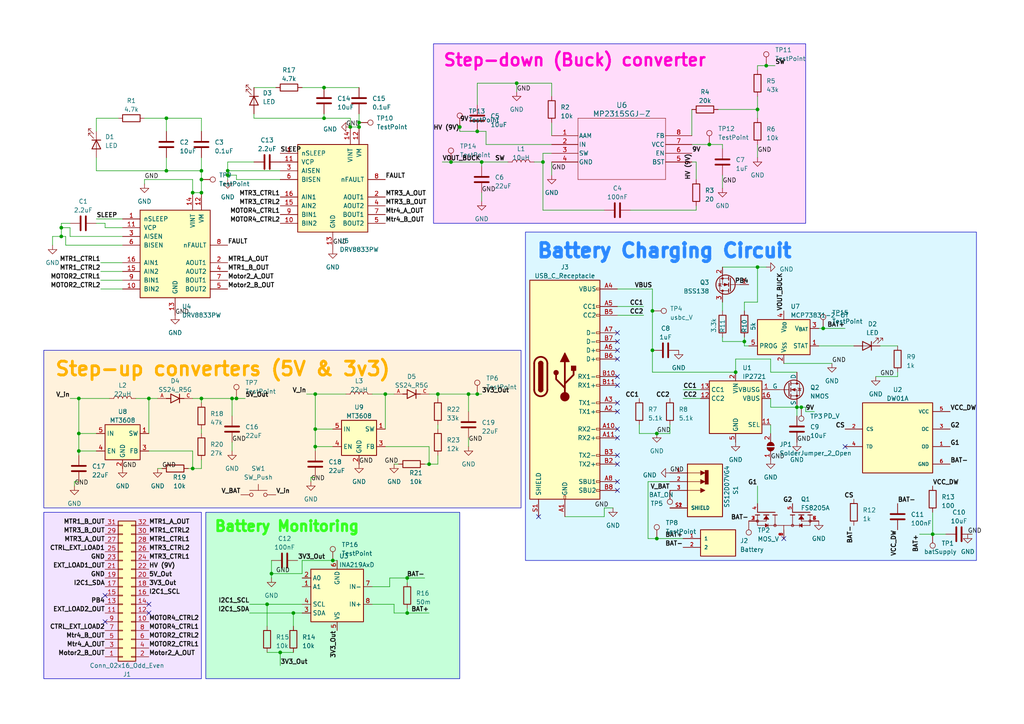
<source format=kicad_sch>
(kicad_sch (version 20250114) (generator "eeschema") (generator_version "9.0")
  (paper "A4")
  (lib_symbols
    (symbol "2025-03-27_09-51-20:MP2315SGJ-Z" (pin_names (offset 0.254))
      (property "Reference" "U" (at 20.32 10.16 0))
      (property "Value" "MP2315SGJ-Z" (at 20.32 7.62 0))
      (symbol "MP2315SGJ-Z_0_1"
        (pin unspecified line (at 0 0 0) (length 7.62) (name "AAM") (number "1"))
        (pin power_in line (at 0 -2.54 0) (length 7.62) (name "IN") (number "2"))
        (pin output line (at 0 -5.08 0) (length 7.62) (name "SW") (number "3"))
        (pin power_in line (at 0 -7.62 0) (length 7.62) (name "GND") (number "4"))
        (pin unspecified line (at 40.64 0 180) (length 7.62) (name "FB") (number "8"))
        (pin power_in line (at 40.64 -2.54 180) (length 7.62) (name "VCC") (number "7"))
        (pin unspecified line (at 40.64 -5.08 180) (length 7.62) (name "EN") (number "6"))
        (pin power_in line (at 40.64 -7.62 180) (length 7.62) (name "BST") (number "5"))
      )
    )
    (symbol "Battery:S2B-PH-K-S_LF__SN_" (pin_names (offset 1.016))
      (property "Reference" "J" (at -5.08 3.302 0))
      (property "Value" "S2B-PH-K-S_LF__SN_" (at -5.08 -7.62 0))
      (symbol "S2B-PH-K-S_LF__SN__0_0"
        (pin passive line (at -10.16 0 0) (length 5.08) (name "1") (number "1"))
        (pin passive line (at -10.16 -2.54 0) (length 5.08) (name "2") (number "2"))
      )
    )
    (symbol "Battery_Management:MCP73831-2-OT"
      (property "Reference" "U" (at -7.62 6.35 0))
      (property "Value" "MCP73831-2-OT" (at 1.27 6.35 0))
      (symbol "MCP73831-2-OT_1_1"
        (pin input line (at -10.16 -2.54 0) (length 2.54) (name "PROG") (number "5"))
        (pin power_in line (at 0 7.62 270) (length 2.54) (name "V_{DD}") (number "4"))
        (pin power_in line (at 0 -7.62 90) (length 2.54) (name "V_{SS}") (number "2"))
        (pin power_out line (at 10.16 2.54 180) (length 2.54) (name "V_{BAT}") (number "3"))
        (pin output line (at 10.16 -2.54 180) (length 2.54) (name "STAT") (number "1"))
      )
    )
    (symbol "Connector:TestPoint" (pin_numbers (hide yes)) (pin_names (offset 0.762) (hide yes))
      (property "Reference" "TP" (at 0 6.858 0))
      (property "Value" "TestPoint" (at 0 5.08 0))
      (symbol "TestPoint_1_1"
        (pin passive line (at 0 0 90) (length 2.54) (name "1") (number "1"))
      )
    )
    (symbol "Connector:USB_C_Receptacle" (pin_names (offset 1.016))
      (property "Reference" "J" (at -10.16 29.21 0))
      (property "Value" "USB_C_Receptacle" (at 10.16 29.21 0))
      (symbol "USB_C_Receptacle_1_1"
        (pin passive line (at -7.62 -40.64 90) (length 5.08) (name "SHIELD") (number "S1"))
        (pin passive line (at 0 -40.64 90) (length 5.08) (name "GND") (number "A1"))
        (pin passive line (at 0 -40.64 90) (length 5.08) (hide yes) (name "GND") (number "A12"))
        (pin passive line (at 0 -40.64 90) (length 5.08) (hide yes) (name "GND") (number "B1"))
        (pin passive line (at 0 -40.64 90) (length 5.08) (hide yes) (name "GND") (number "B12"))
        (pin passive line (at 15.24 25.4 180) (length 5.08) (name "VBUS") (number "A4"))
        (pin passive line (at 15.24 25.4 180) (length 5.08) (hide yes) (name "VBUS") (number "A9"))
        (pin passive line (at 15.24 25.4 180) (length 5.08) (hide yes) (name "VBUS") (number "B4"))
        (pin passive line (at 15.24 25.4 180) (length 5.08) (hide yes) (name "VBUS") (number "B9"))
        (pin bidirectional line (at 15.24 20.32 180) (length 5.08) (name "CC1") (number "A5"))
        (pin bidirectional line (at 15.24 17.78 180) (length 5.08) (name "CC2") (number "B5"))
        (pin bidirectional line (at 15.24 12.7 180) (length 5.08) (name "D-") (number "A7"))
        (pin bidirectional line (at 15.24 10.16 180) (length 5.08) (name "D-") (number "B7"))
        (pin bidirectional line (at 15.24 7.62 180) (length 5.08) (name "D+") (number "A6"))
        (pin bidirectional line (at 15.24 5.08 180) (length 5.08) (name "D+") (number "B6"))
        (pin bidirectional line (at 15.24 0 180) (length 5.08) (name "RX1-") (number "B10"))
        (pin bidirectional line (at 15.24 -2.54 180) (length 5.08) (name "RX1+") (number "B11"))
        (pin bidirectional line (at 15.24 -7.62 180) (length 5.08) (name "TX1-") (number "A3"))
        (pin bidirectional line (at 15.24 -10.16 180) (length 5.08) (name "TX1+") (number "A2"))
        (pin bidirectional line (at 15.24 -15.24 180) (length 5.08) (name "RX2-") (number "A10"))
        (pin bidirectional line (at 15.24 -17.78 180) (length 5.08) (name "RX2+") (number "A11"))
        (pin bidirectional line (at 15.24 -22.86 180) (length 5.08) (name "TX2-") (number "B3"))
        (pin bidirectional line (at 15.24 -25.4 180) (length 5.08) (name "TX2+") (number "B2"))
        (pin bidirectional line (at 15.24 -30.48 180) (length 5.08) (name "SBU1") (number "A8"))
        (pin bidirectional line (at 15.24 -33.02 180) (length 5.08) (name "SBU2") (number "B8"))
      )
    )
    (symbol "Connector_Generic:Conn_02x16_Odd_Even" (pin_names (offset 1.016) (hide yes))
      (property "Reference" "J" (at 1.27 20.32 0))
      (property "Value" "Conn_02x16_Odd_Even" (at 1.27 -22.86 0))
      (symbol "Conn_02x16_Odd_Even_1_1"
        (pin passive line (at -5.08 17.78 0) (length 3.81) (name "Pin_1") (number "1"))
        (pin passive line (at -5.08 15.24 0) (length 3.81) (name "Pin_3") (number "3"))
        (pin passive line (at -5.08 12.7 0) (length 3.81) (name "Pin_5") (number "5"))
        (pin passive line (at -5.08 10.16 0) (length 3.81) (name "Pin_7") (number "7"))
        (pin passive line (at -5.08 7.62 0) (length 3.81) (name "Pin_9") (number "9"))
        (pin passive line (at -5.08 5.08 0) (length 3.81) (name "Pin_11") (number "11"))
        (pin passive line (at -5.08 2.54 0) (length 3.81) (name "Pin_13") (number "13"))
        (pin passive line (at -5.08 0 0) (length 3.81) (name "Pin_15") (number "15"))
        (pin passive line (at -5.08 -2.54 0) (length 3.81) (name "Pin_17") (number "17"))
        (pin passive line (at -5.08 -5.08 0) (length 3.81) (name "Pin_19") (number "19"))
        (pin passive line (at -5.08 -7.62 0) (length 3.81) (name "Pin_21") (number "21"))
        (pin passive line (at -5.08 -10.16 0) (length 3.81) (name "Pin_23") (number "23"))
        (pin passive line (at -5.08 -12.7 0) (length 3.81) (name "Pin_25") (number "25"))
        (pin passive line (at -5.08 -15.24 0) (length 3.81) (name "Pin_27") (number "27"))
        (pin passive line (at -5.08 -17.78 0) (length 3.81) (name "Pin_29") (number "29"))
        (pin passive line (at -5.08 -20.32 0) (length 3.81) (name "Pin_31") (number "31"))
        (pin passive line (at 7.62 17.78 180) (length 3.81) (name "Pin_2") (number "2"))
        (pin passive line (at 7.62 15.24 180) (length 3.81) (name "Pin_4") (number "4"))
        (pin passive line (at 7.62 12.7 180) (length 3.81) (name "Pin_6") (number "6"))
        (pin passive line (at 7.62 10.16 180) (length 3.81) (name "Pin_8") (number "8"))
        (pin passive line (at 7.62 7.62 180) (length 3.81) (name "Pin_10") (number "10"))
        (pin passive line (at 7.62 5.08 180) (length 3.81) (name "Pin_12") (number "12"))
        (pin passive line (at 7.62 2.54 180) (length 3.81) (name "Pin_14") (number "14"))
        (pin passive line (at 7.62 0 180) (length 3.81) (name "Pin_16") (number "16"))
        (pin passive line (at 7.62 -2.54 180) (length 3.81) (name "Pin_18") (number "18"))
        (pin passive line (at 7.62 -5.08 180) (length 3.81) (name "Pin_20") (number "20"))
        (pin passive line (at 7.62 -7.62 180) (length 3.81) (name "Pin_22") (number "22"))
        (pin passive line (at 7.62 -10.16 180) (length 3.81) (name "Pin_24") (number "24"))
        (pin passive line (at 7.62 -12.7 180) (length 3.81) (name "Pin_26") (number "26"))
        (pin passive line (at 7.62 -15.24 180) (length 3.81) (name "Pin_28") (number "28"))
        (pin passive line (at 7.62 -17.78 180) (length 3.81) (name "Pin_30") (number "30"))
        (pin passive line (at 7.62 -20.32 180) (length 3.81) (name "Pin_32") (number "32"))
      )
    )
    (symbol "DW01A:DW01A" (pin_names (offset 1.016))
      (property "Reference" "U" (at -10.16 11.43 0))
      (property "Value" "DW01A" (at -10.16 -12.7 0))
      (symbol "DW01A_0_0"
        (pin input line (at -15.24 2.54 0) (length 5.08) (name "CS") (number "2"))
        (pin passive line (at -15.24 -2.54 0) (length 5.08) (name "TD") (number "4"))
        (pin power_in line (at 15.24 7.62 180) (length 5.08) (name "VCC") (number "5"))
        (pin output line (at 15.24 2.54 180) (length 5.08) (name "OC") (number "3"))
        (pin output line (at 15.24 -2.54 180) (length 5.08) (name "OD") (number "1"))
        (pin power_in line (at 15.24 -7.62 180) (length 5.08) (name "GND") (number "6"))
      )
    )
    (symbol "Device:C" (pin_numbers (hide yes)) (pin_names (offset 0.254))
      (property "Reference" "C" (at 0.635 2.54 0))
      (property "Value" "C" (at 0.635 -2.54 0))
      (symbol "C_1_1"
        (pin passive line (at 0 3.81 270) (length 2.794) (name "~") (number "1"))
        (pin passive line (at 0 -3.81 90) (length 2.794) (name "~") (number "2"))
      )
    )
    (symbol "Device:L" (pin_numbers (hide yes)) (pin_names (offset 1.016) (hide yes))
      (property "Reference" "L" (at -1.27 0 90))
      (property "Value" "L" (at 1.905 0 90))
      (symbol "L_1_1"
        (pin passive line (at 0 3.81 270) (length 1.27) (name "1") (number "1"))
        (pin passive line (at 0 -3.81 90) (length 1.27) (name "2") (number "2"))
      )
    )
    (symbol "Device:LED" (pin_numbers (hide yes)) (pin_names (offset 1.016) (hide yes))
      (property "Reference" "D" (at 0 2.54 0))
      (property "Value" "LED" (at 0 -2.54 0))
      (symbol "LED_1_1"
        (pin passive line (at -3.81 0 0) (length 2.54) (name "K") (number "1"))
        (pin passive line (at 3.81 0 180) (length 2.54) (name "A") (number "2"))
      )
    )
    (symbol "Device:R" (pin_numbers (hide yes)) (pin_names (offset 0))
      (property "Reference" "R" (at 2.032 0 90))
      (property "Value" "R" (at 0 0 90))
      (symbol "R_1_1"
        (pin passive line (at 0 3.81 270) (length 1.27) (name "~") (number "1"))
        (pin passive line (at 0 -3.81 90) (length 1.27) (name "~") (number "2"))
      )
    )
    (symbol "Driver_Motor:DRV8833PW" (pin_names (offset 1.016))
      (property "Reference" "U" (at -3.81 16.51 0))
      (property "Value" "DRV8833PW" (at -3.81 13.97 0))
      (symbol "DRV8833PW_1_1"
        (pin input line (at -15.24 10.16 0) (length 5.08) (name "nSLEEP") (number "1"))
        (pin bidirectional line (at -15.24 7.62 0) (length 5.08) (name "VCP") (number "11"))
        (pin bidirectional line (at -15.24 5.08 0) (length 5.08) (name "AISEN") (number "3"))
        (pin bidirectional line (at -15.24 2.54 0) (length 5.08) (name "BISEN") (number "6"))
        (pin input line (at -15.24 -2.54 0) (length 5.08) (name "AIN1") (number "16"))
        (pin input line (at -15.24 -5.08 0) (length 5.08) (name "AIN2") (number "15"))
        (pin input line (at -15.24 -7.62 0) (length 5.08) (name "BIN1") (number "9"))
        (pin input line (at -15.24 -10.16 0) (length 5.08) (name "BIN2") (number "10"))
        (pin power_in line (at 0 -17.78 90) (length 5.08) (name "GND") (number "13"))
        (pin power_in line (at 5.08 17.78 270) (length 5.08) (name "VINT") (number "14"))
        (pin power_in line (at 7.62 17.78 270) (length 5.08) (name "VM") (number "12"))
        (pin open_collector line (at 15.24 2.54 180) (length 5.08) (name "nFAULT") (number "8"))
        (pin power_out line (at 15.24 -2.54 180) (length 5.08) (name "AOUT1") (number "2"))
        (pin power_out line (at 15.24 -5.08 180) (length 5.08) (name "AOUT2") (number "4"))
        (pin power_out line (at 15.24 -7.62 180) (length 5.08) (name "BOUT1") (number "7"))
        (pin power_out line (at 15.24 -10.16 180) (length 5.08) (name "BOUT2") (number "5"))
      )
    )
    (symbol "FS8205A:FS8205A" (pin_names (offset 1.016))
      (property "Reference" "Q" (at -11.43 7.62 0))
      (property "Value" "FS8205A" (at -11.43 -12.7 0))
      (symbol "FS8205A_0_0"
        (pin passive line (at -5.08 2.54 0) (length 2.54) (name "~") (number "5"))
        (pin passive line (at -5.08 -7.62 0) (length 2.54) (name "~") (number "4"))
        (pin passive line (at 0 10.16 270) (length 2.54) (name "~") (number "6"))
        (pin passive line (at 0 10.16 270) (length 2.54) (name "~") (number "7"))
        (pin passive line (at 0 -10.16 90) (length 2.54) (name "~") (number "2"))
        (pin passive line (at 0 -10.16 90) (length 2.54) (name "~") (number "3"))
        (pin passive line (at 5.08 0 180) (length 2.54) (name "~") (number "1"))
        (pin passive line (at 5.08 0 180) (length 2.54) (name "~") (number "8"))
      )
    )
    (symbol "Interface_USB:IP2721"
      (property "Reference" "U" (at 5.08 -10.16 0))
      (property "Value" "IP2721" (at 7.62 -12.7 0))
      (symbol "IP2721_1_1"
        (pin bidirectional line (at -10.16 5.08 0) (length 2.54) (name "CC1") (number "13"))
        (pin bidirectional line (at -10.16 2.54 0) (length 2.54) (name "CC2") (number "12"))
        (pin no_connect line (at -7.62 -2.54 0) (length 2.54) (hide yes) (name "NC") (number "4"))
        (pin no_connect line (at -5.08 7.62 270) (length 2.54) (hide yes) (name "NC") (number "3"))
        (pin no_connect line (at -5.08 -7.62 90) (length 2.54) (hide yes) (name "NC") (number "9"))
        (pin no_connect line (at -2.54 7.62 270) (length 2.54) (hide yes) (name "NC") (number "6"))
        (pin no_connect line (at -2.54 -7.62 90) (length 2.54) (hide yes) (name "NC") (number "10"))
        (pin power_in line (at 0 10.16 270) (length 2.54) (name "VIN") (number "2"))
        (pin power_in line (at 0 -10.16 90) (length 2.54) (name "GND") (number "5"))
        (pin no_connect line (at 2.54 7.62 90) (length 2.54) (hide yes) (name "NC") (number "7"))
        (pin no_connect line (at 2.54 -7.62 90) (length 2.54) (hide yes) (name "NC") (number "14"))
        (pin no_connect line (at 5.08 7.62 90) (length 2.54) (hide yes) (name "NC") (number "8"))
        (pin no_connect line (at 5.08 -7.62 90) (length 2.54) (hide yes) (name "NC") (number "15"))
        (pin output line (at 10.16 5.08 180) (length 2.54) (name "VBUSG") (number "1"))
        (pin input line (at 10.16 2.54 180) (length 2.54) (name "VBUS") (number "16"))
        (pin input line (at 10.16 -5.08 180) (length 2.54) (name "SEL") (number "11"))
      )
    )
    (symbol "Jumper:SolderJumper_2_Open" (pin_names (offset 0) (hide yes))
      (property "Reference" "JP" (at 0 2.032 0))
      (property "Value" "SolderJumper_2_Open" (at 0 -2.54 0))
      (symbol "SolderJumper_2_Open_1_1"
        (pin passive line (at -3.81 0 0) (length 2.54) (name "A") (number "1"))
        (pin passive line (at 3.81 0 180) (length 2.54) (name "B") (number "2"))
      )
    )
    (symbol "Regulator_Switching:MT3608"
      (property "Reference" "U" (at -2.54 8.89 0))
      (property "Value" "MT3608" (at -3.81 6.35 0))
      (symbol "MT3608_1_1"
        (pin power_in line (at -7.62 2.54 0) (length 2.54) (name "IN") (number "5"))
        (pin input line (at -7.62 -2.54 0) (length 2.54) (name "EN") (number "4"))
        (pin power_in line (at 0 -7.62 90) (length 2.54) (name "GND") (number "2"))
        (pin no_connect line (at 5.08 0 180) (length 2.54) (hide yes) (name "NC") (number "6"))
        (pin passive line (at 7.62 2.54 180) (length 2.54) (name "SW") (number "1"))
        (pin input line (at 7.62 -2.54 180) (length 2.54) (name "FB") (number "3"))
      )
    )
    (symbol "SS12D07VG4:SS12D07VG4" (pin_names (offset 1.016))
      (property "Reference" "S" (at -5.08 8.89 0))
      (property "Value" "SS12D07VG4" (at -5.08 -8.89 0))
      (symbol "SS12D07VG4_0_0"
        (pin passive line (at -10.16 5.08 0) (length 5.08) (name "~") (number "1"))
        (pin passive line (at -10.16 2.54 0) (length 5.08) (name "~") (number "2"))
        (pin passive line (at -10.16 0 0) (length 5.08) (name "~") (number "3"))
        (pin passive line (at -10.16 -5.08 0) (length 5.08) (name "SHIELD") (number "S1"))
        (pin passive line (at -10.16 -5.08 0) (length 5.08) (name "SHIELD") (number "S2"))
      )
    )
    (symbol "SS24_R5G:SS24_R5G" (pin_names (offset 1.016))
      (property "Reference" "D" (at -5.08 2.54 0))
      (property "Value" "SS24_R5G" (at -5.08 -3.81 0))
      (symbol "SS24_R5G_0_0"
        (pin passive line (at -5.08 0 0) (length 2.54) (name "~") (number "A"))
        (pin passive line (at 5.08 0 180) (length 2.54) (name "~") (number "C"))
      )
    )
    (symbol "Sensor_Energy:INA219AxD"
      (property "Reference" "U" (at -6.35 8.89 0))
      (property "Value" "INA219AxD" (at 5.08 8.89 0))
      (symbol "INA219AxD_1_1"
        (pin input line (at -10.16 2.54 0) (length 2.54) (name "IN+") (number "8"))
        (pin input line (at -10.16 -2.54 0) (length 2.54) (name "IN-") (number "7"))
        (pin power_in line (at 0 10.16 270) (length 2.54) (name "VS") (number "5"))
        (pin power_in line (at 0 -10.16 90) (length 2.54) (name "GND") (number "6"))
        (pin bidirectional line (at 10.16 5.08 180) (length 2.54) (name "SDA") (number "3"))
        (pin input line (at 10.16 2.54 180) (length 2.54) (name "SCL") (number "4"))
        (pin input line (at 10.16 -2.54 180) (length 2.54) (name "A1") (number "1"))
        (pin input line (at 10.16 -5.08 180) (length 2.54) (name "A0") (number "2"))
      )
    )
    (symbol "Simulation_SPICE:NMOS" (pin_numbers (hide yes)) (pin_names (offset 0))
      (property "Reference" "Q" (at 5.08 1.27 0))
      (property "Value" "NMOS" (at 5.08 -1.27 0))
      (symbol "NMOS_1_1"
        (pin input line (at -5.08 0 0) (length 2.54) (name "G") (number "2"))
        (pin passive line (at 2.54 5.08 270) (length 2.54) (name "D") (number "1"))
        (pin passive line (at 2.54 -5.08 90) (length 2.54) (name "S") (number "3"))
      )
    )
    (symbol "Switch:SW_Push" (pin_numbers (hide yes)) (pin_names (offset 1.016) (hide yes))
      (property "Reference" "SW" (at 1.27 2.54 0))
      (property "Value" "SW_Push" (at 0 -1.524 0))
      (symbol "SW_Push_0_1"
        (pin passive line (at -5.08 0 0) (length 2.54) (name "1") (number "1"))
        (pin passive line (at 5.08 0 180) (length 2.54) (name "2") (number "2"))
      )
    )
    (symbol "Transistor_FET:BSS138" (pin_names (hide yes))
      (property "Reference" "Q" (at 5.08 1.905 0))
      (property "Value" "BSS138" (at 5.08 0 0))
      (symbol "BSS138_1_1"
        (pin input line (at -5.08 0 0) (length 2.54) (name "G") (number "1"))
        (pin passive line (at 2.54 5.08 270) (length 2.54) (name "D") (number "3"))
        (pin passive line (at 2.54 -5.08 90) (length 2.54) (name "S") (number "2"))
      )
    )
    (symbol "power:GND" (power) (pin_names (offset 0))
      (property "Value" "GND" (at 0 -3.81 0))
      (symbol "GND_1_1"
        (pin power_in line (at 0 0 270) (length 0) (hide yes) (name "GND") (number "1"))
      )
    )
  )
  (text_box "Battery Monitoring" (at 59.69 148.59 0) (size 73.66 48.26) (margins 2.25 2.25 2.25 2.25) (fill (type color) (color 13 255 99 0.24)) (effects (font (size 3 3) (thickness 1.2) (bold yes)) (justify left top)))
  (text_box "Step-down (Buck) converter" (at 125.73 12.7 0) (size 107.95 52.07) (margins 2.625 2.625 2.625 2.625) (fill (type color) (color 255 0 219 0.14)) (effects (font (size 3.5 3.5) (bold yes)) (justify left top)))
  (text_box "" (at 12.7 148.59 0) (size 45.72 48.26) (margins 0.9525 0.9525 0.9525 0.9525) (fill (type color) (color 158 50 255 0.14)) (effects (font (size 1.27 1.27)) (justify left top)))
  (text_box "Step-up converters (5V & 3v3)" (at 12.7 101.6 0) (size 138.43 45.72) (margins 3 3 3 3) (fill (type color) (color 255 162 0 0.14)) (effects (font (size 4 4) (bold yes)) (justify left top)))
  (text_box "Motor Driver Circuit" (at 38.1 -111.76 0) (size 111.76 86.36) (margins 3 3 3 3) (fill (type color) (color 255 32 0 0.14)) (effects (font (size 4 4) (bold yes)) (justify left top)))
  (text_box "Battery Charging Circuit" (at 152.4 67.31 0) (size 130.81 95.25) (margins 3 3 3 3) (fill (type color) (color 0 195 255 0.14)) (effects (font (size 4 4) (thickness 1.2) (bold yes)) (justify left top)))
  (junction (at 219.71 77.47))
  (junction (at 81.28 189.23))
  (junction (at 93.98 34.29))
  (junction (at 139.7 46.99))
  (junction (at 104.14 35.56))
  (junction (at 68.58 115.57))
  (junction (at 215.9 99.06))
  (junction (at 22.86 130.81))
  (junction (at 85.09 177.8))
  (junction (at 91.44 114.3))
  (junction (at 157.48 46.99))
  (junction (at 219.71 31.75))
  (junction (at 190.5 156.21))
  (junction (at 22.86 115.57))
  (junction (at 93.98 25.4))
  (junction (at 190.5 125.73))
  (junction (at 58.42 52.07))
  (junction (at 48.26 34.29))
  (junction (at 130.81 46.99))
  (junction (at 55.88 55.88))
  (junction (at 43.18 115.57))
  (junction (at 135.89 114.3))
  (junction (at 238.76 95.25))
  (junction (at 66.04 50.8))
  (junction (at 138.43 114.3))
  (junction (at 213.36 107.95))
  (junction (at 22.86 125.73))
  (junction (at 270.51 154.94))
  (junction (at 55.88 135.89))
  (junction (at 149.86 24.13))
  (junction (at 124.46 134.62))
  (junction (at 77.47 175.26))
  (junction (at 48.26 49.53))
  (junction (at 231.14 118.11))
  (junction (at 127 114.3))
  (junction (at 189.23 90.17))
  (junction (at 111.76 114.3))
  (junction (at 118.11 177.8))
  (junction (at 17.78 66.04))
  (junction (at 118.11 167.64))
  (junction (at 232.41 118.11))
  (junction (at 96.52 162.56))
  (junction (at 58.42 49.53))
  (junction (at 58.42 115.57))
  (junction (at 104.14 36.83))
  (junction (at 78.74 166.37))
  (junction (at 58.42 55.88))
  (junction (at 66.04 49.53))
  (junction (at 205.74 41.91))
  (junction (at 133.35 36.83))
  (junction (at 91.44 129.54))
  (junction (at 91.44 124.46))
  (junction (at 222.25 19.05))
  (junction (at 189.23 101.6))
  (junction (at 17.78 68.58))
  (junction (at 138.43 38.1))
  (junction (at 67.31 115.57))
  (junction (at 101.6 36.83))
  (no_connect (at 179.07 116.84))
  (no_connect (at 179.07 109.22))
  (no_connect (at 179.07 99.06))
  (no_connect (at 30.48 180.34))
  (no_connect (at 43.18 175.26))
  (no_connect (at 179.07 132.08))
  (no_connect (at 179.07 124.46))
  (no_connect (at 227.33 156.21))
  (no_connect (at 179.07 142.24))
  (no_connect (at 179.07 119.38))
  (no_connect (at 179.07 104.14))
  (no_connect (at 179.07 134.62))
  (no_connect (at 156.21 149.86))
  (no_connect (at 179.07 139.7))
  (no_connect (at 179.07 96.52))
  (no_connect (at 245.11 129.54))
  (no_connect (at 179.07 111.76))
  (no_connect (at 30.48 172.72))
  (no_connect (at 43.18 177.8))
  (no_connect (at 179.07 127))
  (no_connect (at 179.07 101.6))
  (wire (pts (xy 139.7 46.99) (xy 147.32 46.99)))
  (wire (pts (xy 138.43 30.48) (xy 138.43 24.13)))
  (wire (pts (xy 58.42 115.57) (xy 58.42 116.84)))
  (wire (pts (xy 160.02 41.91) (xy 140.97 41.91)))
  (wire (pts (xy 128.27 46.99) (xy 130.81 46.99)))
  (wire (pts (xy 58.42 55.88) (xy 58.42 52.07)))
  (wire (pts (xy 222.25 19.05) (xy 219.71 19.05)))
  (wire (pts (xy 101.6 34.29) (xy 101.6 36.83)))
  (wire (pts (xy 124.46 114.3) (xy 127 114.3)))
  (wire (pts (xy 81.28 189.23) (xy 81.28 193.04)))
  (wire (pts (xy 160.02 27.94) (xy 160.02 24.13)))
  (wire (pts (xy 189.23 107.95) (xy 213.36 107.95)))
  (wire (pts (xy 29.21 78.74) (xy 35.56 78.74)))
  (wire (pts (xy 97.79 162.56) (xy 96.52 162.56)))
  (wire (pts (xy 185.42 123.19) (xy 185.42 125.73)))
  (wire (pts (xy 241.3 105.41) (xy 227.33 105.41)))
  (wire (pts (xy 67.31 115.57) (xy 68.58 115.57)))
  (wire (pts (xy 22.86 115.57) (xy 22.86 125.73)))
  (wire (pts (xy 209.55 41.91) (xy 209.55 43.18)))
  (wire (pts (xy 21.59 140.97) (xy 21.59 139.7)))
  (wire (pts (xy 85.09 177.8) (xy 85.09 181.61)))
  (wire (pts (xy 205.74 41.91) (xy 209.55 41.91)))
  (wire (pts (xy 54.61 135.89) (xy 55.88 135.89)))
  (wire (pts (xy 198.12 113.03) (xy 203.2 113.03)))
  (wire (pts (xy 90.17 139.7) (xy 90.17 138.43)))
  (wire (pts (xy 85.09 177.8) (xy 87.63 177.8)))
  (wire (pts (xy 48.26 34.29) (xy 48.26 38.1)))
  (wire (pts (xy 270.51 154.94) (xy 274.32 154.94)))
  (wire (pts (xy 78.74 166.37) (xy 87.63 166.37)))
  (wire (pts (xy 113.03 167.64) (xy 118.11 167.64)))
  (wire (pts (xy 29.21 83.82) (xy 35.56 83.82)))
  (wire (pts (xy 58.42 133.35) (xy 58.42 135.89)))
  (wire (pts (xy 78.74 166.37) (xy 78.74 167.64)))
  (wire (pts (xy 73.66 46.99) (xy 66.04 46.99)))
  (wire (pts (xy 45.72 135.89) (xy 46.99 135.89)))
  (wire (pts (xy 189.23 90.17) (xy 189.23 101.6)))
  (wire (pts (xy 55.88 55.88) (xy 55.88 52.07)))
  (wire (pts (xy 90.17 138.43) (xy 91.44 138.43)))
  (wire (pts (xy 96.52 162.56) (xy 87.63 162.56)))
  (wire (pts (xy 133.35 38.1) (xy 138.43 38.1)))
  (wire (pts (xy 20.32 66.04) (xy 17.78 66.04)))
  (wire (pts (xy 127 114.3) (xy 135.89 114.3)))
  (wire (pts (xy 157.48 46.99) (xy 157.48 44.45)))
  (wire (pts (xy 219.71 77.47) (xy 209.55 77.47)))
  (wire (pts (xy 135.89 127) (xy 135.89 129.54)))
  (wire (pts (xy 232.41 118.11) (xy 233.68 118.11)))
  (wire (pts (xy 111.76 114.3) (xy 111.76 124.46)))
  (wire (pts (xy 138.43 24.13) (xy 149.86 24.13)))
  (wire (pts (xy 266.7 154.94) (xy 270.51 154.94)))
  (wire (pts (xy 215.9 99.06) (xy 215.9 100.33)))
  (wire (pts (xy 154.94 46.99) (xy 157.48 46.99)))
  (wire (pts (xy 21.59 139.7) (xy 22.86 139.7)))
  (wire (pts (xy 22.86 125.73) (xy 27.94 125.73)))
  (wire (pts (xy 58.42 38.1) (xy 58.42 34.29)))
  (wire (pts (xy 135.89 114.3) (xy 135.89 119.38)))
  (wire (pts (xy 22.86 130.81) (xy 22.86 132.08)))
  (wire (pts (xy 209.55 99.06) (xy 215.9 99.06)))
  (wire (pts (xy 58.42 34.29) (xy 48.26 34.29)))
  (wire (pts (xy 77.47 175.26) (xy 87.63 175.26)))
  (wire (pts (xy 114.3 177.8) (xy 114.3 175.26)))
  (wire (pts (xy 139.7 46.99) (xy 139.7 48.26)))
  (wire (pts (xy 93.98 34.29) (xy 93.98 33.02)))
  (wire (pts (xy 160.02 46.99) (xy 160.02 50.8)))
  (wire (pts (xy 20.32 115.57) (xy 22.86 115.57)))
  (wire (pts (xy 127 114.3) (xy 127 115.57)))
  (wire (pts (xy 281.94 154.94) (xy 280.67 154.94)))
  (wire (pts (xy 123.19 134.62) (xy 124.46 134.62)))
  (wire (pts (xy 118.11 167.64) (xy 123.19 167.64)))
  (wire (pts (xy 175.26 60.96) (xy 157.48 60.96)))
  (wire (pts (xy 201.93 60.96) (xy 182.88 60.96)))
  (wire (pts (xy 15.24 68.58) (xy 15.24 71.12)))
  (wire (pts (xy 58.42 49.53) (xy 58.42 45.72)))
  (wire (pts (xy 48.26 49.53) (xy 48.26 45.72)))
  (wire (pts (xy 231.14 118.11) (xy 231.14 120.65)))
  (wire (pts (xy 219.71 140.97) (xy 219.71 146.05)))
  (wire (pts (xy 187.96 156.21) (xy 187.96 139.7)))
  (wire (pts (xy 190.5 125.73) (xy 194.31 125.73)))
  (wire (pts (xy 58.42 115.57) (xy 67.31 115.57)))
  (wire (pts (xy 43.18 115.57) (xy 45.72 115.57)))
  (wire (pts (xy 30.48 64.77) (xy 27.94 64.77)))
  (wire (pts (xy 91.44 129.54) (xy 96.52 129.54)))
  (wire (pts (xy 233.68 118.11) (xy 233.68 119.38)))
  (wire (pts (xy 149.86 26.67) (xy 149.86 24.13)))
  (wire (pts (xy 179.07 91.44) (xy 186.69 91.44)))
  (wire (pts (xy 201.93 59.69) (xy 201.93 60.96)))
  (wire (pts (xy 189.23 83.82) (xy 189.23 90.17)))
  (wire (pts (xy 238.76 95.25) (xy 245.11 95.25)))
  (wire (pts (xy 223.52 107.95) (xy 223.52 104.14)))
  (wire (pts (xy 15.24 68.58) (xy 17.78 68.58)))
  (wire (pts (xy 58.42 52.07) (xy 58.42 49.53)))
  (wire (pts (xy 233.68 119.38) (xy 236.22 119.38)))
  (wire (pts (xy 41.91 52.07) (xy 41.91 53.34)))
  (wire (pts (xy 222.25 77.47) (xy 219.71 77.47)))
  (wire (pts (xy 88.9 114.3) (xy 91.44 114.3)))
  (wire (pts (xy 114.3 177.8) (xy 118.11 177.8)))
  (wire (pts (xy 209.55 50.8) (xy 209.55 54.61)))
  (wire (pts (xy 27.94 34.29) (xy 27.94 38.1)))
  (wire (pts (xy 124.46 134.62) (xy 127 134.62)))
  (wire (pts (xy 29.21 76.2) (xy 35.56 76.2)))
  (wire (pts (xy 179.07 88.9) (xy 186.69 88.9)))
  (wire (pts (xy 35.56 68.58) (xy 20.32 68.58)))
  (wire (pts (xy 135.89 114.3) (xy 138.43 114.3)))
  (wire (pts (xy 20.32 68.58) (xy 20.32 66.04)))
  (wire (pts (xy 27.94 63.5) (xy 35.56 63.5)))
  (wire (pts (xy 113.03 170.18) (xy 107.95 170.18)))
  (wire (pts (xy 208.28 31.75) (xy 219.71 31.75)))
  (wire (pts (xy 224.79 19.05) (xy 222.25 19.05)))
  (wire (pts (xy 213.36 104.14) (xy 213.36 107.95)))
  (wire (pts (xy 133.35 35.56) (xy 133.35 36.83)))
  (wire (pts (xy 114.3 175.26) (xy 107.95 175.26)))
  (wire (pts (xy 93.98 34.29) (xy 101.6 34.29)))
  (wire (pts (xy 140.97 41.91) (xy 140.97 38.1)))
  (wire (pts (xy 68.58 115.57) (xy 71.12 115.57)))
  (wire (pts (xy 104.14 25.4) (xy 93.98 25.4)))
  (wire (pts (xy 72.39 175.26) (xy 77.47 175.26)))
  (wire (pts (xy 198.12 115.57) (xy 203.2 115.57)))
  (wire (pts (xy 73.66 33.02) (xy 73.66 34.29)))
  (wire (pts (xy 179.07 83.82) (xy 189.23 83.82)))
  (wire (pts (xy 68.58 52.07) (xy 68.58 50.8)))
  (wire (pts (xy 189.23 101.6) (xy 189.23 107.95)))
  (wire (pts (xy 91.44 124.46) (xy 96.52 124.46)))
  (wire (pts (xy 77.47 189.23) (xy 81.28 189.23)))
  (wire (pts (xy 118.11 177.8) (xy 124.46 177.8)))
  (wire (pts (xy 100.33 114.3) (xy 91.44 114.3)))
  (wire (pts (xy 81.28 189.23) (xy 85.09 189.23)))
  (wire (pts (xy 111.76 114.3) (xy 114.3 114.3)))
  (wire (pts (xy 66.04 50.8) (xy 66.04 52.07)))
  (wire (pts (xy 67.31 128.27) (xy 67.31 130.81)))
  (wire (pts (xy 187.96 139.7) (xy 194.31 139.7)))
  (wire (pts (xy 72.39 177.8) (xy 85.09 177.8)))
  (wire (pts (xy 219.71 19.05) (xy 219.71 20.32)))
  (wire (pts (xy 175.26 147.32) (xy 177.8 147.32)))
  (wire (pts (xy 66.04 49.53) (xy 66.04 50.8)))
  (wire (pts (xy 80.01 25.4) (xy 73.66 25.4)))
  (wire (pts (xy 43.18 130.81) (xy 55.88 130.81)))
  (wire (pts (xy 73.66 34.29) (xy 93.98 34.29)))
  (wire (pts (xy 19.05 71.12) (xy 19.05 68.58)))
  (wire (pts (xy 198.12 156.21) (xy 190.5 156.21)))
  (wire (pts (xy 17.78 66.04) (xy 17.78 68.58)))
  (wire (pts (xy 58.42 124.46) (xy 58.42 125.73)))
  (wire (pts (xy 237.49 100.33) (xy 247.65 100.33)))
  (wire (pts (xy 29.21 81.28) (xy 35.56 81.28)))
  (wire (pts (xy 19.05 68.58) (xy 17.78 68.58)))
  (wire (pts (xy 22.86 125.73) (xy 22.86 130.81)))
  (wire (pts (xy 219.71 31.75) (xy 219.71 34.29)))
  (wire (pts (xy 55.88 115.57) (xy 58.42 115.57)))
  (wire (pts (xy 27.94 45.72) (xy 27.94 49.53)))
  (wire (pts (xy 55.88 52.07) (xy 41.91 52.07)))
  (wire (pts (xy 27.94 49.53) (xy 48.26 49.53)))
  (wire (pts (xy 77.47 175.26) (xy 77.47 181.61)))
  (wire (pts (xy 215.9 97.79) (xy 215.9 99.06)))
  (wire (pts (xy 55.88 130.81) (xy 55.88 135.89)))
  (wire (pts (xy 130.81 46.99) (xy 139.7 46.99)))
  (wire (pts (xy 255.27 100.33) (xy 260.35 100.33)))
  (wire (pts (xy 160.02 35.56) (xy 160.02 39.37)))
  (wire (pts (xy 231.14 107.95) (xy 223.52 107.95)))
  (wire (pts (xy 201.93 46.99) (xy 201.93 52.07)))
  (wire (pts (xy 17.78 64.77) (xy 17.78 66.04)))
  (wire (pts (xy 219.71 41.91) (xy 219.71 45.72)))
  (wire (pts (xy 30.48 66.04) (xy 35.56 66.04)))
  (wire (pts (xy 190.5 156.21) (xy 187.96 156.21)))
  (wire (pts (xy 48.26 49.53) (xy 58.42 49.53)))
  (wire (pts (xy 200.66 31.75) (xy 200.66 39.37)))
  (wire (pts (xy 78.74 162.56) (xy 78.74 166.37)))
  (wire (pts (xy 215.9 87.63) (xy 219.71 87.63)))
  (wire (pts (xy 107.95 114.3) (xy 111.76 114.3)))
  (wire (pts (xy 91.44 124.46) (xy 91.44 129.54)))
  (wire (pts (xy 111.76 129.54) (xy 124.46 129.54)))
  (wire (pts (xy 237.49 95.25) (xy 238.76 95.25)))
  (wire (pts (xy 163.83 149.86) (xy 175.26 149.86)))
  (wire (pts (xy 55.88 135.89) (xy 58.42 135.89)))
  (wire (pts (xy 223.52 115.57) (xy 223.52 118.11)))
  (wire (pts (xy 200.66 41.91) (xy 205.74 41.91)))
  (wire (pts (xy 34.29 34.29) (xy 27.94 34.29)))
  (wire (pts (xy 67.31 115.57) (xy 67.31 120.65)))
  (wire (pts (xy 20.32 64.77) (xy 17.78 64.77)))
  (wire (pts (xy 30.48 64.77) (xy 30.48 66.04)))
  (wire (pts (xy 48.26 34.29) (xy 41.91 34.29)))
  (wire (pts (xy 66.04 49.53) (xy 81.28 49.53)))
  (wire (pts (xy 31.75 115.57) (xy 22.86 115.57)))
  (wire (pts (xy 22.86 130.81) (xy 27.94 130.81)))
  (wire (pts (xy 139.7 55.88) (xy 139.7 58.42)))
  (wire (pts (xy 157.48 44.45) (xy 160.02 44.45)))
  (wire (pts (xy 104.14 35.56) (xy 104.14 33.02)))
  (wire (pts (xy 87.63 162.56) (xy 87.63 166.37)))
  (wire (pts (xy 91.44 114.3) (xy 91.44 124.46)))
  (wire (pts (xy 43.18 115.57) (xy 43.18 125.73)))
  (wire (pts (xy 55.88 55.88) (xy 58.42 55.88)))
  (wire (pts (xy 270.51 148.59) (xy 270.51 154.94)))
  (wire (pts (xy 223.52 118.11) (xy 231.14 118.11)))
  (wire (pts (xy 113.03 167.64) (xy 113.03 170.18)))
  (wire (pts (xy 138.43 114.3) (xy 139.7 114.3)))
  (wire (pts (xy 200.66 46.99) (xy 201.93 46.99)))
  (wire (pts (xy 209.55 97.79) (xy 209.55 99.06)))
  (wire (pts (xy 118.11 176.53) (xy 118.11 177.8)))
  (wire (pts (xy 149.86 24.13) (xy 160.02 24.13)))
  (wire (pts (xy 133.35 36.83) (xy 133.35 38.1)))
  (wire (pts (xy 138.43 38.1) (xy 140.97 38.1)))
  (wire (pts (xy 215.9 90.17) (xy 215.9 87.63)))
  (wire (pts (xy 124.46 129.54) (xy 124.46 134.62)))
  (wire (pts (xy 101.6 36.83) (xy 104.14 36.83)))
  (wire (pts (xy 175.26 149.86) (xy 175.26 147.32)))
  (wire (pts (xy 81.28 52.07) (xy 68.58 52.07)))
  (wire (pts (xy 209.55 87.63) (xy 209.55 90.17)))
  (wire (pts (xy 39.37 115.57) (xy 43.18 115.57)))
  (wire (pts (xy 93.98 25.4) (xy 87.63 25.4)))
  (wire (pts (xy 223.52 104.14) (xy 213.36 104.14)))
  (wire (pts (xy 127 132.08) (xy 127 134.62)))
  (wire (pts (xy 127 123.19) (xy 127 124.46)))
  (wire (pts (xy 66.04 46.99) (xy 66.04 49.53)))
  (wire (pts (xy 254 109.22) (xy 260.35 109.22)))
  (wire (pts (xy 215.9 100.33) (xy 217.17 100.33)))
  (wire (pts (xy 68.58 50.8) (xy 66.04 50.8)))
  (wire (pts (xy 114.3 134.62) (xy 115.57 134.62)))
  (wire (pts (xy 104.14 36.83) (xy 104.14 35.56)))
  (wire (pts (xy 35.56 71.12) (xy 19.05 71.12)))
  (wire (pts (xy 231.14 118.11) (xy 232.41 118.11)))
  (wire (pts (xy 194.31 123.19) (xy 194.31 125.73)))
  (wire (pts (xy 157.48 60.96) (xy 157.48 46.99)))
  (wire (pts (xy 185.42 125.73) (xy 190.5 125.73)))
  (wire (pts (xy 118.11 167.64) (xy 118.11 168.91)))
  (wire (pts (xy 260.35 109.22) (xy 260.35 107.95)))
  (wire (pts (xy 91.44 129.54) (xy 91.44 130.81)))
  (wire (pts (xy 219.71 87.63) (xy 219.71 77.47)))
  (wire (pts (xy 219.71 27.94) (xy 219.71 31.75)))
  (wire (pts (xy 223.52 123.19) (xy 223.52 125.73)))
  (label "GND" (at 104.14 134.62 0))
  (label "MTR3_CTRL2" (at 81.28 59.69 180) (effects (font (bold yes))))
  (label "Motor2_A_OUT" (at 43.18 190.5 0) (effects (font (bold yes))))
  (label "CS" (at 245.11 124.46 180) (effects (font (bold yes))))
  (label "FAULT" (at 111.76 52.07 0) (effects (font (bold yes))))
  (label "SW" (at 143.51 46.99 0) (effects (font (bold yes))))
  (label "MTR1_A_OUT" (at 66.04 76.2 0) (effects (font (bold yes))))
  (label "BAT-" (at 247.65 152.4 270) (effects (font (bold yes))))
  (label "BAT-" (at 217.17 151.13 180) (effects (font (bold yes))))
  (label "FAULT" (at 66.04 71.12 0) (effects (font (bold yes))))
  (label "MTR1_CTRL1" (at 29.21 76.2 180) (effects (font (bold yes))))
  (label "MTR1_CTRL1" (at 43.18 157.48 0) (effects (font (bold yes))))
  (label "I2C1_SCL" (at 72.39 175.26 180) (effects (font (bold yes))))
  (label "CC1" (at 186.69 88.9 180) (effects (font (bold yes))))
  (label "CTRL_EXT_LOAD1" (at 30.48 160.02 180) (effects (font (bold yes))))
  (label "BAT-" (at 198.12 158.75 180) (effects (font (bold yes))))
  (label "GND" (at 149.86 26.67 0))
  (label "MOTOR2_CTRL1" (at 29.21 81.28 180) (effects (font (bold yes))))
  (label "BAT+" (at 245.11 95.25 180) (effects (font (bold yes))))
  (label "HV (9V)" (at 133.35 38.1 180) (effects (font (bold yes))))
  (label "3V3_Out" (at 97.79 182.88 270) (effects (font (bold yes))))
  (label "5V_Out" (at 71.12 115.57 0) (effects (font (thickness 0.254) (bold yes))))
  (label "HV (9V)" (at 43.18 165.1 0) (effects (font (bold yes))))
  (label "9V" (at 133.35 35.56 0) (effects (font (bold yes))))
  (label "GND" (at 115.57 134.62 180))
  (label "MOTOR4_CTRL1" (at 81.28 62.23 180) (effects (font (bold yes))))
  (label "GND" (at 35.56 135.89 0))
  (label "PB4" (at 217.17 82.55 180) (effects (font (bold yes))))
  (label "GND" (at 255.27 109.22 0))
  (label "MOTOR4_CTRL2" (at 43.18 180.34 0) (effects (font (bold yes))))
  (label "V_BAT" (at 194.31 142.24 180) (effects (font (thickness 0.254) (bold yes))))
  (label "CTRL_EXT_LOAD2" (at 30.48 182.88 180) (effects (font (bold yes))))
  (label "GND" (at 160.02 49.53 0))
  (label "GND" (at 194.31 137.16 0))
  (label "MOTOR2_CTRL2" (at 43.18 185.42 0) (effects (font (bold yes))))
  (label "V_BAT" (at 69.85 143.51 180) (effects (font (thickness 0.254) (bold yes))))
  (label "PB4" (at 30.48 175.26 180) (effects (font (bold yes))))
  (label "GND" (at 176.53 147.32 180))
  (label "MOTOR4_CTRL2" (at 81.28 64.77 180) (effects (font (bold yes))))
  (label "MOTOR4_CTRL1" (at 43.18 182.88 0) (effects (font (bold yes))))
  (label "5V_Out" (at 43.18 167.64 0) (effects (font (thickness 0.254) (bold yes))))
  (label "GND" (at 280.67 154.94 0))
  (label "MTR1_A_OUT" (at 43.18 152.4 0) (effects (font (bold yes))))
  (label "GND" (at 30.48 167.64 180) (effects (font (bold yes))))
  (label "GND" (at 41.91 52.07 0))
  (label "MTR3_B_OUT" (at 111.76 59.69 0) (effects (font (bold yes))))
  (label "GND" (at 190.5 125.73 0))
  (label "GND" (at 100.33 36.83 0))
  (label "MTR3_CTRL2" (at 43.18 160.02 0) (effects (font (bold yes))))
  (label "SLEEP" (at 81.28 44.45 0) (effects (font (bold yes))))
  (label "CC2" (at 186.69 91.44 180) (effects (font (bold yes))))
  (label "G1" (at 275.59 129.54 0) (effects (font (bold yes))))
  (label "CC2" (at 198.12 115.57 0) (effects (font (bold yes))))
  (label "GND" (at 80.01 166.37 0))
  (label "Motor2_B_OUT" (at 30.48 190.5 180) (effects (font (bold yes))))
  (label "MOTOR2_CTRL2" (at 29.21 83.82 180) (effects (font (bold yes))))
  (label "I2C1_SDA" (at 30.48 170.18 180) (effects (font (bold yes))))
  (label "V_in" (at 20.32 115.57 180) (effects (font (thickness 0.254) (bold yes))))
  (label "GND" (at 241.3 105.41 0))
  (label "G1" (at 219.71 140.97 180) (effects (font (bold yes))))
  (label "MTR3_B_OUT" (at 30.48 154.94 180) (effects (font (bold yes))))
  (label "VCC_DW" (at 260.35 153.67 270) (effects (font (bold yes))))
  (label "MTR1_B_OUT" (at 30.48 152.4 180) (effects (font (bold yes))))
  (label "GND" (at 209.55 53.34 0))
  (label "Motor2_B_OUT" (at 66.04 83.82 0) (effects (font (bold yes))))
  (label "Mtr4_B_OUT" (at 30.48 185.42 180) (effects (font (bold yes))))
  (label "CC2" (at 194.31 115.57 180) (effects (font (bold yes))))
  (label "BAT-" (at 123.19 167.64 180) (effects (font (bold yes))))
  (label "MTR3_A_OUT" (at 30.48 157.48 180) (effects (font (bold yes))))
  (label "BAT+" (at 266.7 154.94 270) (effects (font (bold yes))))
  (label "SW" (at 224.79 19.05 0) (effects (font (bold yes))))
  (label "SLEEP" (at 27.94 63.5 0) (effects (font (bold yes))))
  (label "MTR3_CTRL1" (at 81.28 57.15 180) (effects (font (bold yes))))
  (label "MTR1_B_OUT" (at 66.04 78.74 0) (effects (font (bold yes))))
  (label "GND" (at 67.31 128.27 0))
  (label "GND" (at 50.8 91.44 0))
  (label "V_in" (at 80.01 143.51 0) (effects (font (thickness 0.254) (bold yes))))
  (label "9V" (at 200.66 44.45 0) (effects (font (bold yes))))
  (label "HV (9V)" (at 200.66 44.45 270) (effects (font (bold yes))))
  (label "GND" (at 219.71 44.45 0))
  (label "3V3_Out" (at 43.18 170.18 0) (effects (font (bold yes))))
  (label "VCC_DW" (at 270.51 140.97 0) (effects (font (bold yes))))
  (label "CS" (at 247.65 144.78 180) (effects (font (bold yes))))
  (label "G2" (at 275.59 124.46 0) (effects (font (bold yes))))
  (label "MOTOR2_CTRL1" (at 43.18 187.96 0) (effects (font (bold yes))))
  (label "GND" (at 30.48 162.56 180) (effects (font (bold yes))))
  (label "GND" (at 90.17 139.7 0))
  (label "3V3_Out" (at 139.7 114.3 0) (effects (font (bold yes))))
  (label "MTR3_A_OUT" (at 111.76 57.15 0) (effects (font (bold yes))))
  (label "VCC_DW" (at 275.59 119.38 0) (effects (font (bold yes))))
  (label "BAT-" (at 275.59 134.62 0) (effects (font (bold yes))))
  (label "I2C1_SCL" (at 43.18 172.72 0) (effects (font (bold yes))))
  (label "GND" (at 21.59 140.97 0))
  (label "EXT_LOAD1_OUT" (at 30.48 165.1 180) (effects (font (bold yes))))
  (label "GND" (at 231.14 128.27 0))
  (label "V_in" (at 88.9 114.3 180) (effects (font (thickness 0.254) (bold yes))))
  (label "VOUT_BUCK" (at 227.33 90.17 90) (effects (font (bold yes))))
  (label "3V3_Out" (at 81.28 193.04 0) (effects (font (bold yes))))
  (label "GND" (at 223.52 133.35 0))
  (label "Motor2_A_OUT" (at 66.04 81.28 0) (effects (font (bold yes))))
  (label "GND" (at 96.52 71.12 0))
  (label "MTR3_CTRL1" (at 43.18 162.56 0) (effects (font (bold yes))))
  (label "3V3_Out" (at 86.36 162.56 0) (effects (font (bold yes))))
  (label "G2" (at 229.87 146.05 180) (effects (font (bold yes))))
  (label "CC1" (at 198.12 113.03 0) (effects (font (bold yes))))
  (label "BAT+" (at 198.12 156.21 180) (effects (font (bold yes))))
  (label "Mtr4_B_OUT" (at 111.76 64.77 0) (effects (font (bold yes))))
  (label "BAT-" (at 260.35 146.05 0) (effects (font (bold yes))))
  (label "VBUS" (at 189.23 83.82 180) (effects (font (bold yes))))
  (label "BAT+" (at 124.46 177.8 180) (effects (font (bold yes))))
  (label "VOUT_BUCK" (at 128.27 46.99 0) (effects (font (bold yes))))
  (label "GND" (at 139.7 55.88 0))
  (label "MTR1_CTRL2" (at 43.18 154.94 0) (effects (font (bold yes))))
  (label "GND" (at 135.89 128.27 0))
  (label "I2C1_SDA" (at 72.39 177.8 180) (effects (font (bold yes))))
  (label "Mtr4_A_OUT" (at 111.76 62.23 0) (effects (font (bold yes))))
  (label "9V" (at 236.22 119.38 180) (effects (font (bold yes))))
  (label "GND" (at 46.99 135.89 0))
  (label "Mtr4_A_OUT" (at 30.48 187.96 180) (effects (font (bold yes))))
  (label "EXT_LOAD2_OUT" (at 30.48 177.8 180) (effects (font (bold yes))))
  (label "MTR1_CTRL2" (at 29.21 78.74 180) (effects (font (bold yes))))
  (label "CC1" (at 185.42 115.57 180) (effects (font (bold yes))))
  (symbol (lib_id "Device:R") (at 219.71 38.1 180) (unit 1)
    (property "Reference" "R6" (at 222.25 37.465 0) (effects (justify right)))
    (property "Value" "10k" (at 222.25 40.005 0) (effects (justify right)))
    (property "Footprint" "Resistor_THT:R_Axial_DIN0204_L3.6mm_D1.6mm_P1.90mm_Vertical" (effects (hide yes)))
  )
  (symbol (lib_id "Device:C") (at 209.55 46.99 0) (unit 1)
    (property "Reference" "C7" (at 213.36 46.355 0) (effects (justify left)))
    (property "Value" "1uF" (at 213.36 48.895 0) (effects (justify left)))
    (property "Footprint" "Capacitor_THT:C_Disc_D3.0mm_W1.6mm_P2.50mm" (effects (hide yes)))
  )
  (symbol (lib_id "Device:L") (at 104.14 114.3 90) (unit 1)
    (property "Reference" "L3" (at 104.14 110.49 90))
    (property "Value" "22uH" (at 104.14 113.03 90))
    (property "Footprint" "Inductor_THT:L_Radial_D6.0mm_P4.00mm" (effects (hide yes)))
  )
  (symbol (lib_id "power:GND") (at 21.59 140.97 0) (unit 1)
    (property "Reference" "#PWR027" (effects (hide yes)))
    (property "Value" "GND" (at 21.59 146.05 0))
  )
  (symbol (lib_id "Device:LED") (at 251.46 100.33 180) (unit 1)
    (property "Reference" "D2" (at 253.0475 93.98 0))
    (property "Value" "LED" (at 253.0475 96.52 0))
    (property "Footprint" "LED_THT:LED_D1.8mm_W3.3mm_H2.4mm" (effects (hide yes)))
  )
  (symbol (lib_id "Device:R") (at 194.31 119.38 0) (unit 1)
    (property "Reference" "R8" (at 196.85 118.745 0) (effects (justify left)))
    (property "Value" "5.1k" (at 196.85 121.285 0) (effects (justify left)))
    (property "Footprint" "Resistor_THT:R_Axial_DIN0204_L3.6mm_D1.6mm_P1.90mm_Vertical" (effects (hide yes)))
  )
  (symbol (lib_id "Device:R") (at 58.42 120.65 0) (unit 1)
    (property "Reference" "R18" (at 60.96 120.015 0) (effects (justify left)))
    (property "Value" "47k" (at 60.96 122.555 0) (effects (justify left)))
    (property "Footprint" "Resistor_THT:R_Axial_DIN0204_L3.6mm_D1.6mm_P1.90mm_Vertical" (effects (hide yes)))
  )
  (symbol (lib_id "Connector:USB_C_Receptacle") (at 163.83 109.22 0) (unit 1)
    (property "Reference" "J3" (at 163.83 77.47 0))
    (property "Value" "USB_C_Receptacle" (at 163.83 80.01 0))
    (property "Footprint" "Connector_USB:USB_C_Receptacle_HRO_TYPE-C-31-M-12" (effects (hide yes)))
    (property "Datasheet" "https://www.usb.org/sites/default/files/documents/usb_type-c.zip" (effects (hide yes)))
  )
  (symbol (lib_id "Device:L") (at 151.13 46.99 90) (unit 1)
    (property "Reference" "L1" (at 151.13 43.18 90))
    (property "Value" "10uH" (at 151.13 45.72 90))
    (property "Footprint" "Inductor_THT:L_Radial_D6.0mm_P4.00mm" (effects (hide yes)))
  )
  (symbol (lib_id "power:GND") (at 194.31 137.16 270) (unit 1)
    (property "Reference" "#PWR032" (effects (hide yes)))
    (property "Value" "GND" (at 190.5 137.795 90) (effects (justify right)))
  )
  (symbol (lib_id "power:GND") (at 219.71 45.72 0) (unit 1)
    (property "Reference" "#PWR08" (effects (hide yes)))
    (property "Value" "GND" (at 219.71 50.8 0))
  )
  (symbol (lib_id "Connector:TestPoint") (at 232.41 118.11 180) (unit 1)
    (property "Reference" "TP3" (at 234.95 120.777 0) (effects (justify right)))
    (property "Value" "PD_V" (at 238.76 120.65 0) (effects (justify right)))
    (property "Footprint" "TestPoint:TestPoint_Pad_D1.0mm" (effects (hide yes)))
  )
  (symbol (lib_id "power:GND") (at 78.74 167.64 0) (unit 1)
    (property "Reference" "#PWR020" (effects (hide yes)))
    (property "Value" "GND" (at 78.74 172.72 0))
  )
  (symbol (lib_id "Device:C") (at 24.13 64.77 90) (unit 1)
    (property "Reference" "C1" (at 24.13 58.42 90))
    (property "Value" "2.2uF" (at 24.13 60.96 90))
    (property "Footprint" "Capacitor_THT:C_Disc_D3.0mm_W1.6mm_P2.50mm" (effects (hide yes)))
  )
  (symbol (lib_id "power:GND") (at 96.52 72.39 0) (unit 1)
    (property "Reference" "#PWR023" (effects (hide yes)))
    (property "Value" "GND" (at 96.52 77.47 0))
  )
  (symbol (lib_id "power:GND") (at 50.8 91.44 0) (unit 1)
    (property "Reference" "#PWR03" (effects (hide yes)))
    (property "Value" "GND" (at 50.8 96.52 0))
  )
  (symbol (lib_id "DW01A:DW01A") (at 260.35 127 0) (unit 1)
    (property "Reference" "U2" (at 260.35 113.03 0))
    (property "Value" "DW01A" (at 260.35 115.57 0))
    (property "Footprint" "DW01A:SOT95P280X145-6N" (effects (hide yes)))
    (property "Description" "One Cell Lithium-ion/Polymer Battery Protection IC" (effects (hide yes)))
    (property "MF" "Fortune Semiconductor" (effects (hide yes)))
    (property "SNAPEDA_PACKAGE_ID" "103849" (effects (hide yes)))
    (property "Package" "SOT-23-6 Fortune Semiconductor" (effects (hide yes)))
    (property "Price" "None" (effects (hide yes)))
    (property "Check_prices" "https://www.snapeda.com/parts/DW01A/Fortune+Semiconductor/view-part/?ref=eda" (effects (hide yes)))
    (property "STANDARD" "IPC 7351B" (effects (hide yes)))
    (property "PARTREV" "1.8" (effects (hide yes)))
    (property "SnapEDA_Link" "https://www.snapeda.com/parts/DW01A/Fortune+Semiconductor/view-part/?ref=snap" (effects (hide yes)))
    (property "MP" "DW01A" (effects (hide yes)))
    (property "MANUFACTURER" "Fortune Semiconductor" (effects (hide yes)))
    (property "Availability" "Not in stock" (effects (hide yes)))
    (property "MAXIMUM_PACKAGE_HEIGHT" "1.45mm" (effects (hide yes)))
  )
  (symbol (lib_id "power:GND") (at 15.24 71.12 0) (unit 1)
    (property "Reference" "#PWR02" (effects (hide yes)))
    (property "Value" "GND" (at 15.24 76.2 0))
  )
  (symbol (lib_id "Sensor_Energy:INA219AxD") (at 97.79 172.72 180) (unit 1)
    (property "Reference" "U3" (at 98.3741 161.29 0) (effects (justify right)))
    (property "Value" "INA219AxD" (at 98.3741 163.83 0) (effects (justify right)))
    (property "Footprint" "Package_SO:SOIC-8_3.9x4.9mm_P1.27mm" (effects (hide yes)))
    (property "Datasheet" "http://www.ti.com/lit/ds/symlink/ina219.pdf" (effects (hide yes)))
  )
  (symbol (lib_id "power:GND") (at 177.8 147.32 0) (unit 1)
    (property "Reference" "#PWR013" (effects (hide yes)))
    (property "Value" "GND" (at 177.8 152.4 0))
  )
  (symbol (lib_id "FS8205A:FS8205A") (at 227.33 151.13 270) (unit 1)
    (property "Reference" "Q1" (at 232.2577 144.78 90) (effects (justify left)))
    (property "Value" "FS8205A" (at 232.2577 147.32 90) (effects (justify left)))
    (property "Footprint" "FS8205A:SOP65P640X120-8N" (effects (hide yes)))
    (property "MF" "Fortune Semiconductor" (effects (hide yes)))
    (property "MAXIMUM_PACKAGE_HEIGHT" "1.2mm" (effects (hide yes)))
    (property "Package" "Package" (effects (hide yes)))
    (property "Price" "None" (effects (hide yes)))
    (property "Check_prices" "https://www.snapeda.com/parts/FS8205A/Fortune+Semiconductor/view-part/?ref=eda" (effects (hide yes)))
    (property "STANDARD" "IPC 7351B" (effects (hide yes)))
    (property "PARTREV" "1.7" (effects (hide yes)))
    (property "SnapEDA_Link" "https://www.snapeda.com/parts/FS8205A/Fortune+Semiconductor/view-part/?ref=snap" (effects (hide yes)))
    (property "MP" "FS8205A" (effects (hide yes)))
    (property "Availability" "In Stock" (effects (hide yes)))
    (property "MANUFACTURER" "Fortune Semiconductor" (effects (hide yes)))
  )
  (symbol (lib_id "Device:C") (at 135.89 123.19 0) (unit 1)
    (property "Reference" "C19" (at 139.7 122.555 0) (effects (justify left)))
    (property "Value" "22uF" (at 139.7 125.095 0) (effects (justify left)))
    (property "Footprint" "Capacitor_THT:C_Disc_D3.0mm_W1.6mm_P2.50mm" (effects (hide yes)))
  )
  (symbol (lib_id "Device:C") (at 67.31 124.46 0) (unit 1)
    (property "Reference" "C16" (at 71.12 123.825 0) (effects (justify left)))
    (property "Value" "22uF" (at 71.12 126.365 0) (effects (justify left)))
    (property "Footprint" "Capacitor_THT:C_Disc_D3.0mm_W1.6mm_P2.50mm" (effects (hide yes)))
  )
  (symbol (lib_id "power:GND") (at 45.72 135.89 0) (unit 1)
    (property "Reference" "#PWR024" (effects (hide yes)))
    (property "Value" "GND" (at 45.72 140.97 0))
  )
  (symbol (lib_id "Device:R") (at 85.09 185.42 0) (unit 1)
    (property "Reference" "R14" (at 87.63 184.785 0) (effects (justify left)))
    (property "Value" "10k" (at 87.63 187.325 0) (effects (justify left)))
    (property "Footprint" "Resistor_THT:R_Axial_DIN0204_L3.6mm_D1.6mm_P1.90mm_Vertical" (effects (hide yes)))
  )
  (symbol (lib_id "Device:C") (at 193.04 101.6 90) (unit 1)
    (property "Reference" "C8" (at 193.04 95.25 90))
    (property "Value" "1uF" (at 193.04 97.79 90))
    (property "Footprint" "Capacitor_THT:C_Disc_D3.0mm_W1.6mm_P2.50mm" (effects (hide yes)))
  )
  (symbol (lib_id "Device:R") (at 215.9 93.98 0) (unit 1)
    (property "Reference" "R10" (at 215.9 96.52 90) (effects (justify left)))
    (property "Value" "5k" (at 218.44 95.885 90) (effects (justify left)))
    (property "Footprint" "Resistor_THT:R_Axial_DIN0204_L3.6mm_D1.6mm_P1.90mm_Vertical" (effects (hide yes)))
  )
  (symbol (lib_id "power:GND") (at 67.31 130.81 0) (unit 1)
    (property "Reference" "#PWR025" (effects (hide yes)))
    (property "Value" "GND" (at 67.31 135.89 0))
  )
  (symbol (lib_id "Connector:TestPoint") (at 217.17 151.13 180) (unit 1)
    (property "Reference" "TP2" (at 219.71 153.797 0) (effects (justify right)))
    (property "Value" "MOS_V" (at 219.71 156.337 0) (effects (justify right)))
    (property "Footprint" "TestPoint:TestPoint_Pad_D1.0mm" (effects (hide yes)))
  )
  (symbol (lib_id "Device:C") (at 77.47 46.99 90) (unit 1)
    (property "Reference" "C13" (at 77.47 40.64 90))
    (property "Value" "2.2uF" (at 77.47 43.18 90))
    (property "Footprint" "Capacitor_THT:C_Disc_D3.0mm_W1.6mm_P2.50mm" (effects (hide yes)))
  )
  (symbol (lib_id "power:GND") (at 41.91 53.34 0) (unit 1)
    (property "Reference" "#PWR01" (effects (hide yes)))
    (property "Value" "GND" (at 41.91 58.42 0))
  )
  (symbol (lib_id "Device:R") (at 58.42 129.54 0) (unit 1)
    (property "Reference" "R20" (at 60.96 128.905 0) (effects (justify left)))
    (property "Value" "27k" (at 60.96 131.445 0) (effects (justify left)))
    (property "Footprint" "Resistor_THT:R_Axial_DIN0204_L3.6mm_D1.6mm_P1.90mm_Vertical" (effects (hide yes)))
  )
  (symbol (lib_id "Device:C") (at 48.26 41.91 180) (unit 1)
    (property "Reference" "C2" (at 52.07 41.275 0) (effects (justify right)))
    (property "Value" "10uF" (at 52.07 43.815 0) (effects (justify right)))
    (property "Footprint" "Capacitor_THT:C_Disc_D3.0mm_W1.6mm_P2.50mm" (effects (hide yes)))
  )
  (symbol (lib_id "power:GND") (at 209.55 54.61 0) (unit 1)
    (property "Reference" "#PWR07" (effects (hide yes)))
    (property "Value" "GND" (at 209.55 59.69 0))
  )
  (symbol (lib_id "Simulation_SPICE:NMOS") (at 228.6 113.03 0) (unit 1)
    (property "Reference" "Q2" (at 234.95 112.395 0) (effects (justify left)))
    (property "Value" "NMOS" (at 234.95 114.935 0) (effects (justify left)))
    (property "Footprint" "Package_TO_SOT_THT:TO-220-3_Vertical" (effects (hide yes)))
    (property "Datasheet" "https://ngspice.sourceforge.io/docs/ngspice-manual.pdf" (effects (hide yes)))
    (property "Sim.Device" "NMOS" (effects (hide yes)))
    (property "Sim.Type" "VDMOS" (effects (hide yes)))
    (property "Sim.Pins" "1=D 2=G 3=S" (effects (hide yes)))
  )
  (symbol (lib_id "Connector_Generic:Conn_02x16_Odd_Even") (at 35.56 172.72 0) (mirror x) (unit 1)
    (property "Reference" "J1" (at 36.83 195.58 0))
    (property "Value" "Conn_02x16_Odd_Even" (at 36.83 193.04 0))
  )
  (symbol (lib_id "power:GND") (at 222.25 77.47 90) (unit 1)
    (property "Reference" "#PWR019" (effects (hide yes)))
    (property "Value" "GND" (at 226.06 78.105 90) (effects (justify right)))
  )
  (symbol (lib_id "power:GND") (at 213.36 128.27 0) (unit 1)
    (property "Reference" "#PWR012" (effects (hide yes)))
    (property "Value" "GND" (at 213.36 133.35 0))
  )
  (symbol (lib_id "Connector:TestPoint") (at 194.31 142.24 180) (unit 1)
    (property "Reference" "TP5" (at 190.5 146.05 0))
    (property "Value" "BAT_ON" (at 191.77 143.51 0))
    (property "Footprint" "TestPoint:TestPoint_Pad_D1.0mm" (effects (hide yes)))
  )
  (symbol (lib_id "Device:R") (at 201.93 55.88 0) (unit 1)
    (property "Reference" "R3" (at 204.47 55.245 0) (effects (justify left)))
    (property "Value" "20" (at 204.47 57.785 0) (effects (justify left)))
    (property "Footprint" "Resistor_THT:R_Axial_DIN0204_L3.6mm_D1.6mm_P1.90mm_Vertical" (effects (hide yes)))
  )
  (symbol (lib_id "power:GND") (at 35.56 135.89 0) (unit 1)
    (property "Reference" "#PWR026" (effects (hide yes)))
    (property "Value" "GND" (at 35.56 140.97 0))
  )
  (symbol (lib_id "Device:R") (at 219.71 24.13 180) (unit 1)
    (property "Reference" "R5" (at 222.25 23.495 0) (effects (justify right)))
    (property "Value" "43k" (at 222.25 26.035 0) (effects (justify right)))
    (property "Footprint" "Resistor_THT:R_Axial_DIN0204_L3.6mm_D1.6mm_P1.90mm_Vertical" (effects (hide yes)))
  )
  (symbol (lib_id "Connector:TestPoint") (at 68.58 115.57 0) (unit 1)
    (property "Reference" "TP7" (at 71.12 110.9979 0) (effects (justify left)))
    (property "Value" "TestPoint" (at 71.12 113.5379 0) (effects (justify left)))
    (property "Footprint" "TestPoint:TestPoint_Pad_D1.0mm" (effects (hide yes)))
    (property "Description" "test point" (effects (hide yes)))
  )
  (symbol (lib_id "Device:R") (at 160.02 31.75 0) (unit 1)
    (property "Reference" "R2" (at 162.56 31.115 0) (effects (justify left)))
    (property "Value" "10k" (at 162.56 33.655 0) (effects (justify left)))
    (property "Footprint" "Resistor_THT:R_Axial_DIN0204_L3.6mm_D1.6mm_P1.90mm_Vertical" (effects (hide yes)))
  )
  (symbol (lib_id "power:GND") (at 101.6 36.83 270) (unit 1)
    (property "Reference" "#PWR022" (effects (hide yes)))
    (property "Value" "GND" (at 97.79 37.465 90) (effects (justify right)))
  )
  (symbol (lib_id "SS12D07VG4:SS12D07VG4") (at 204.47 142.24 0) (unit 1)
    (property "Reference" "S1" (at 213.36 143.51 90) (effects (justify left)))
    (property "Value" "SS12D07VG4" (at 210.82 147.32 90) (effects (justify left)))
    (property "Footprint" "SS12D07VG4:SW_SS12D07VG4" (effects (hide yes)))
    (property "Description" "Switch Slide ON ON SPDT Top Slide 0.3A 30VDC PC Pins Bracket Mount/Through Hole Automotive Bulk" (effects (hide yes)))
    (property "MF" "Shouhan" (effects (hide yes)))
    (property "MAXIMUM_PACKAGE_HEIGHT" "8.7mm" (effects (hide yes)))
    (property "Package" "Package" (effects (hide yes)))
    (property "Price" "None" (effects (hide yes)))
    (property "Check_prices" "https://www.snapeda.com/parts/SS12D07VG4/Shouhan/view-part/?ref=eda" (effects (hide yes)))
    (property "STANDARD" "Manufacturer Recommendations" (effects (hide yes)))
    (property "PARTREV" "1" (effects (hide yes)))
    (property "SnapEDA_Link" "https://www.snapeda.com/parts/SS12D07VG4/Shouhan/view-part/?ref=snap" (effects (hide yes)))
    (property "MP" "SS12D07VG4" (effects (hide yes)))
    (property "Availability" "Not in stock" (effects (hide yes)))
    (property "MANUFACTURER" "Shouhan" (effects (hide yes)))
  )
  (symbol (lib_id "Connector:TestPoint") (at 133.35 36.83 0) (unit 1)
    (property "Reference" "TP13" (at 135.89 32.2579 0) (effects (justify left)))
    (property "Value" "TestPoint" (at 135.89 34.7979 0) (effects (justify left)))
    (property "Footprint" "TestPoint:TestPoint_Pad_D1.0mm" (effects (hide yes)))
    (property "Description" "test point" (effects (hide yes)))
  )
  (symbol (lib_id "power:GND") (at 196.85 101.6 0) (unit 1)
    (property "Reference" "#PWR010" (effects (hide yes)))
    (property "Value" "GND" (at 196.85 106.68 0))
  )
  (symbol (lib_id "power:GND") (at 223.52 133.35 0) (unit 1)
    (property "Reference" "#PWR017" (effects (hide yes)))
    (property "Value" "GND" (at 223.52 138.43 0))
  )
  (symbol (lib_id "Device:C") (at 82.55 162.56 270) (unit 1)
    (property "Reference" "C12" (at 82.55 156.21 90))
    (property "Value" "100nF" (at 82.55 158.75 90))
    (property "Footprint" "Capacitor_THT:C_Disc_D3.0mm_W1.6mm_P2.50mm" (effects (hide yes)))
  )
  (symbol (lib_id "Device:R") (at 50.8 135.89 90) (unit 1)
    (property "Reference" "R19" (at 52.07 138.43 90))
    (property "Value" "10k" (at 52.07 140.97 90))
    (property "Footprint" "Resistor_THT:R_Axial_DIN0204_L3.6mm_D1.6mm_P1.90mm_Vertical" (effects (hide yes)))
  )
  (symbol (lib_id "Device:C") (at 91.44 134.62 0) (unit 1)
    (property "Reference" "C18" (at 95.25 133.985 0) (effects (justify left)))
    (property "Value" "22uF" (at 95.25 136.525 0) (effects (justify left)))
    (property "Footprint" "Capacitor_THT:C_Disc_D3.0mm_W1.6mm_P2.50mm" (effects (hide yes)))
  )
  (symbol (lib_id "Device:R") (at 127 128.27 0) (unit 1)
    (property "Reference" "R23" (at 129.54 127.635 0) (effects (justify left)))
    (property "Value" "12k" (at 129.54 130.175 0) (effects (justify left)))
    (property "Footprint" "Resistor_THT:R_Axial_DIN0204_L3.6mm_D1.6mm_P1.90mm_Vertical" (effects (hide yes)))
  )
  (symbol (lib_id "Device:R") (at 209.55 93.98 0) (unit 1)
    (property "Reference" "R11" (at 209.55 96.52 90) (effects (justify left)))
    (property "Value" "3.3k" (at 207.01 96.52 90) (effects (justify left)))
    (property "Footprint" "Resistor_THT:R_Axial_DIN0204_L3.6mm_D1.6mm_P1.90mm_Vertical" (effects (hide yes)))
  )
  (symbol (lib_id "Connector:TestPoint") (at 205.74 41.91 0) (unit 1)
    (property "Reference" "TP12" (at 208.28 37.3379 0) (effects (justify left)))
    (property "Value" "TestPoint" (at 208.28 39.8779 0) (effects (justify left)))
    (property "Footprint" "TestPoint:TestPoint_Pad_D1.0mm" (effects (hide yes)))
    (property "Description" "test point" (effects (hide yes)))
  )
  (symbol (lib_id "power:GND") (at 135.89 129.54 0) (unit 1)
    (property "Reference" "#PWR031" (effects (hide yes)))
    (property "Value" "GND" (at 135.89 134.62 0))
  )
  (symbol (lib_id "Device:C") (at 278.13 154.94 270) (unit 1)
    (property "Reference" "C10" (at 278.13 148.59 90))
    (property "Value" "10uF" (at 278.13 151.13 90))
    (property "Footprint" "Capacitor_THT:C_Disc_D3.0mm_W1.6mm_P2.50mm" (effects (hide yes)))
  )
  (symbol (lib_id "power:GND") (at 231.14 128.27 0) (unit 1)
    (property "Reference" "#PWR015" (effects (hide yes)))
    (property "Value" "GND" (at 231.14 133.35 0))
  )
  (symbol (lib_id "Battery:S2B-PH-K-S_LF__SN_") (at 208.28 156.21 0) (unit 1)
    (property "Reference" "J2" (at 214.63 156.845 0) (effects (justify left)))
    (property "Value" "Battery" (at 214.63 159.385 0) (effects (justify left)))
    (property "Footprint" "S2B-PH-K-S_LF__SN_:JST_S2B-PH-K-S_LF__SN_" (effects (hide yes)))
    (property "Description" "Connector Header Through Hole, Right Angle 2 position" (effects (hide yes)))
    (property "MF" "JST Sales America Inc." (effects (hide yes)))
    (property "MAXIMUM_PACKAGE_HEIGHT" "4.8mm" (effects (hide yes)))
    (property "PACKAGE" "None" (effects (hide yes)))
    (property "PRICE" "None" (effects (hide yes)))
    (property "Package" "NON STANDARD-2 J.S.T." (effects (hide yes)))
    (property "Check_prices" "https://www.snapeda.com/parts/S2B-PH-K-S(LF)(SN)/JST/view-part/?ref=eda" (effects (hide yes)))
    (property "Price" "None" (effects (hide yes)))
    (property "SnapEDA_Link" "https://www.snapeda.com/parts/S2B-PH-K-S(LF)(SN)/JST/view-part/?ref=snap" (effects (hide yes)))
    (property "MP" "S2B-PH-K-S(LF)(SN)" (effects (hide yes)))
    (property "Availability" "In Stock" (effects (hide yes)))
    (property "AVAILABILITY" "Unavailable" (effects (hide yes)))
    (property "DESCRIPTION" "Connector Header Through Hole, Right Angle 2 position" (effects (hide yes)))
  )
  (symbol (lib_id "power:GND") (at 114.3 134.62 0) (unit 1)
    (property "Reference" "#PWR030" (effects (hide yes)))
    (property "Value" "GND" (at 114.3 139.7 0))
  )
  (symbol (lib_id "Transistor_FET:BSS138") (at 212.09 82.55 180) (unit 1)
    (property "Reference" "Q3" (at 205.74 81.915 0) (effects (justify left)))
    (property "Value" "BSS138" (at 205.74 84.455 0) (effects (justify left)))
    (property "Footprint" "Package_TO_SOT_SMD:SOT-23" (effects (hide yes)))
    (property "Datasheet" "https://www.onsemi.com/pub/Collateral/BSS138-D.PDF" (effects (hide yes)))
  )
  (symbol (lib_id "Driver_Motor:DRV8833PW") (at 50.8 73.66 0) (unit 1)
    (property "Reference" "U4" (at 52.7559 88.9 0) (effects (justify left)))
    (property "Value" "DRV8833PW" (at 52.7559 91.44 0) (effects (justify left)))
    (property "Footprint" "Package_SO:TSSOP-16_4.4x5mm_P0.65mm" (effects (hide yes)))
    (property "Datasheet" "http://www.ti.com/lit/ds/symlink/drv8833.pdf" (effects (hide yes)))
  )
  (symbol (lib_id "Connector:TestPoint") (at 238.76 95.25 0) (unit 1)
    (property "Reference" "TP15" (at 241.3 90.6779 0) (effects (justify left)))
    (property "Value" "TestPoint" (at 241.3 93.2179 0) (effects (justify left)))
    (property "Footprint" "TestPoint:TestPoint_Pad_D1.0mm" (effects (hide yes)))
    (property "Description" "test point" (effects (hide yes)))
  )
  (symbol (lib_id "Connector:TestPoint") (at 104.14 35.56 270) (unit 1)
    (property "Reference" "TP10" (at 109.22 34.2899 90) (effects (justify left)))
    (property "Value" "TestPoint" (at 109.22 36.8299 90) (effects (justify left)))
    (property "Footprint" "TestPoint:TestPoint_Pad_D1.0mm" (effects (hide yes)))
    (property "Description" "test point" (effects (hide yes)))
  )
  (symbol (lib_id "Device:C") (at 22.86 135.89 0) (unit 1)
    (property "Reference" "C17" (at 26.67 135.255 0) (effects (justify left)))
    (property "Value" "22uF" (at 26.67 137.795 0) (effects (justify left)))
    (property "Footprint" "Capacitor_THT:C_Disc_D3.0mm_W1.6mm_P2.50mm" (effects (hide yes)))
  )
  (symbol (lib_id "Device:C") (at 104.14 29.21 180) (unit 1)
    (property "Reference" "C15" (at 107.95 28.575 0) (effects (justify right)))
    (property "Value" "0.1uF" (at 107.95 31.115 0) (effects (justify right)))
    (property "Footprint" "Capacitor_THT:C_Disc_D3.0mm_W1.6mm_P2.50mm" (effects (hide yes)))
  )
  (symbol (lib_id "Device:LED") (at 27.94 41.91 270) (unit 1)
    (property "Reference" "D1" (at 30.48 39.6875 90) (effects (justify left)))
    (property "Value" "LED" (at 30.48 42.2275 90) (effects (justify left)))
    (property "Footprint" "LED_THT:LED_D1.8mm_W3.3mm_H2.4mm" (effects (hide yes)))
  )
  (symbol (lib_id "power:GND") (at 280.67 154.94 0) (unit 1)
    (property "Reference" "#PWR018" (effects (hide yes)))
    (property "Value" "GND" (at 280.67 160.02 0))
  )
  (symbol (lib_id "Connector:TestPoint") (at 130.81 46.99 0) (unit 1)
    (property "Reference" "TP14" (at 133.35 42.4179 0) (effects (justify left)))
    (property "Value" "TestPoint" (at 133.35 44.9579 0) (effects (justify left)))
    (property "Footprint" "TestPoint:TestPoint_Pad_D1.0mm" (effects (hide yes)))
    (property "Description" "test point" (effects (hide yes)))
  )
  (symbol (lib_id "SS24_R5G:SS24_R5G") (at 50.8 115.57 0) (unit 1)
    (property "Reference" "D4" (at 50.8 110.49 0))
    (property "Value" "SS24_R5G" (at 50.8 113.03 0))
    (property "Footprint" "SS24_R5G:DIOM4336X265N" (effects (hide yes)))
    (property "Description" "Diode Schottky 40 V 2A Surface Mount DO-214AA (SMB)" (effects (hide yes)))
    (property "MF" "Taiwan Semiconductor" (effects (hide yes)))
    (property "MAXIMUM_PACKAGE_HEIGHT" "2.65 mm" (effects (hide yes)))
    (property "Package" "SMB-2 Taiwan Semiconductor" (effects (hide yes)))
    (property "Price" "None" (effects (hide yes)))
    (property "Check_prices" "https://www.snapeda.com/parts/SS24%20R5G/taiwan/view-part/?ref=eda" (effects (hide yes)))
    (property "STANDARD" "IPC-7351B" (effects (hide yes)))
    (property "PARTREV" "K2102" (effects (hide yes)))
    (property "SnapEDA_Link" "https://www.snapeda.com/parts/SS24%20R5G/taiwan/view-part/?ref=snap" (effects (hide yes)))
    (property "MP" "SS24 R5G" (effects (hide yes)))
    (property "Availability" "In Stock" (effects (hide yes)))
    (property "MANUFACTURER" "Taiwan Semiconductor" (effects (hide yes)))
  )
  (symbol (lib_id "Device:C") (at 58.42 41.91 180) (unit 1)
    (property "Reference" "C3" (at 62.23 41.275 0) (effects (justify right)))
    (property "Value" "0.1uF" (at 62.23 43.815 0) (effects (justify right)))
    (property "Footprint" "Capacitor_THT:C_Disc_D3.0mm_W1.6mm_P2.50mm" (effects (hide yes)))
  )
  (symbol (lib_id "SS24_R5G:SS24_R5G") (at 119.38 114.3 0) (unit 1)
    (property "Reference" "D5" (at 119.38 109.22 0))
    (property "Value" "SS24_R5G" (at 119.38 111.76 0))
    (property "Footprint" "SS24_R5G:DIOM4336X265N" (effects (hide yes)))
    (property "Description" "Diode Schottky 40 V 2A Surface Mount DO-214AA (SMB)" (effects (hide yes)))
    (property "MF" "Taiwan Semiconductor" (effects (hide yes)))
    (property "MAXIMUM_PACKAGE_HEIGHT" "2.65 mm" (effects (hide yes)))
    (property "Package" "SMB-2 Taiwan Semiconductor" (effects (hide yes)))
    (property "Price" "None" (effects (hide yes)))
    (property "Check_prices" "https://www.snapeda.com/parts/SS24%20R5G/taiwan/view-part/?ref=eda" (effects (hide yes)))
    (property "STANDARD" "IPC-7351B" (effects (hide yes)))
    (property "PARTREV" "K2102" (effects (hide yes)))
    (property "SnapEDA_Link" "https://www.snapeda.com/parts/SS24%20R5G/taiwan/view-part/?ref=snap" (effects (hide yes)))
    (property "MP" "SS24 R5G" (effects (hide yes)))
    (property "Availability" "In Stock" (effects (hide yes)))
    (property "MANUFACTURER" "Taiwan Semiconductor" (effects (hide yes)))
  )
  (symbol (lib_id "power:GND") (at 160.02 50.8 0) (unit 1)
    (property "Reference" "#PWR05" (effects (hide yes)))
    (property "Value" "GND" (at 160.02 55.88 0))
  )
  (symbol (lib_id "Device:R") (at 127 119.38 0) (unit 1)
    (property "Reference" "R22" (at 129.54 118.745 0) (effects (justify left)))
    (property "Value" "33k" (at 129.54 121.285 0) (effects (justify left)))
    (property "Footprint" "Resistor_THT:R_Axial_DIN0204_L3.6mm_D1.6mm_P1.90mm_Vertical" (effects (hide yes)))
  )
  (symbol (lib_id "Interface_USB:IP2721") (at 213.36 118.11 0) (unit 1)
    (property "Reference" "U1" (at 215.3159 106.68 0) (effects (justify left)))
    (property "Value" "IP2721" (at 215.3159 109.22 0) (effects (justify left)))
    (property "Footprint" "Package_SO:TSSOP-16_4.4x5mm_P0.65mm" (effects (hide yes)))
    (property "Datasheet" "https://datasheet.lcsc.com/lcsc/2006111335_INJOINIC-IP2721_C603176.pdf" (effects (hide yes)))
  )
  (symbol (lib_id "Device:R") (at 118.11 172.72 0) (unit 1)
    (property "Reference" "R16" (at 120.65 172.085 0) (effects (justify left)))
    (property "Value" "50m" (at 120.65 174.625 0) (effects (justify left)))
    (property "Footprint" "Resistor_THT:R_Axial_DIN0204_L3.6mm_D1.6mm_P1.90mm_Vertical" (effects (hide yes)))
  )
  (symbol (lib_id "power:GND") (at 241.3 105.41 0) (unit 1)
    (property "Reference" "#PWR09" (effects (hide yes)))
    (property "Value" "GND" (at 241.3 110.49 0))
  )
  (symbol (lib_id "Device:C") (at 138.43 34.29 0) (unit 1)
    (property "Reference" "C5" (at 142.24 33.655 0) (effects (justify left)))
    (property "Value" "10uF" (at 142.24 36.195 0) (effects (justify left)))
    (property "Footprint" "Capacitor_THT:C_Disc_D3.0mm_W1.6mm_P2.50mm" (effects (hide yes)))
  )
  (symbol (lib_id "Driver_Motor:DRV8833PW") (at 96.52 54.61 0) (unit 1)
    (property "Reference" "U5" (at 98.4759 69.85 0) (effects (justify left)))
    (property "Value" "DRV8833PW" (at 98.4759 72.39 0) (effects (justify left)))
    (property "Footprint" "Package_SO:TSSOP-16_4.4x5mm_P0.65mm" (effects (hide yes)))
    (property "Datasheet" "http://www.ti.com/lit/ds/symlink/drv8833.pdf" (effects (hide yes)))
  )
  (symbol (lib_id "Switch:SW_Push") (at 74.93 143.51 0) (unit 1)
    (property "Reference" "SW1" (at 74.93 135.89 0))
    (property "Value" "SW_Push" (at 74.93 138.43 0))
    (property "Footprint" "Button_Switch_THT:SW_PUSH_6mm_H4.3mm" (effects (hide yes)))
    (property "Description" "Push button switch, generic, two pins" (effects (hide yes)))
  )
  (symbol (lib_id "Jumper:SolderJumper_2_Open") (at 223.52 129.54 90) (unit 1)
    (property "Reference" "JP1" (at 226.06 128.905 90) (effects (justify right)))
    (property "Value" "SolderJumper_2_Open" (at 226.06 131.445 90) (effects (justify right)))
    (property "Footprint" "Connector_USB:USB_C_Receptacle_HRO_TYPE-C-31-M-12" (effects (hide yes)))
  )
  (symbol (lib_id "Device:R") (at 83.82 25.4 90) (unit 1)
    (property "Reference" "R17" (at 83.82 20.32 90))
    (property "Value" "4.7k" (at 83.82 22.86 90))
    (property "Footprint" "Resistor_THT:R_Axial_DIN0204_L3.6mm_D1.6mm_P1.90mm_Vertical" (effects (hide yes)))
  )
  (symbol (lib_id "Regulator_Switching:MT3608") (at 35.56 128.27 0) (unit 1)
    (property "Reference" "U8" (at 35.56 119.38 0))
    (property "Value" "MT3608" (at 35.56 121.92 0))
    (property "Footprint" "Package_TO_SOT_SMD:SOT-23-6" (effects (hide yes)))
    (property "Datasheet" "https://www.olimex.com/Products/Breadboarding/BB-PWR-3608/resources/MT3608.pdf" (effects (hide yes)))
  )
  (symbol (lib_id "Device:R") (at 204.47 31.75 90) (unit 1)
    (property "Reference" "R4" (at 204.47 26.67 90))
    (property "Value" "20k" (at 204.47 29.21 90))
    (property "Footprint" "Resistor_THT:R_Axial_DIN0204_L3.6mm_D1.6mm_P1.90mm_Vertical" (effects (hide yes)))
  )
  (symbol (lib_id "power:GND") (at 237.49 151.13 0) (unit 1)
    (property "Reference" "#PWR016" (effects (hide yes)))
    (property "Value" "GND" (at 237.49 156.21 0))
  )
  (symbol (lib_id "Device:C") (at 260.35 149.86 0) (unit 1)
    (property "Reference" "C11" (at 264.16 149.225 0) (effects (justify left)))
    (property "Value" "100nF" (at 264.16 151.765 0) (effects (justify left)))
    (property "Footprint" "Capacitor_THT:C_Disc_D3.0mm_W1.6mm_P2.50mm" (effects (hide yes)))
  )
  (symbol (lib_id "Connector:TestPoint") (at 190.5 156.21 0) (unit 1)
    (property "Reference" "TP8" (at 193.04 151.6379 0) (effects (justify left)))
    (property "Value" "TestPoint" (at 193.04 154.1779 0) (effects (justify left)))
    (property "Footprint" "TestPoint:TestPoint_Pad_D1.0mm" (effects (hide yes)))
    (property "Description" "test point" (effects (hide yes)))
  )
  (symbol (lib_id "Connector:TestPoint") (at 58.42 52.07 270) (unit 1)
    (property "Reference" "TP9" (at 63.5 50.7999 90) (effects (justify left)))
    (property "Value" "TestPoint" (at 63.5 53.3399 90) (effects (justify left)))
    (property "Footprint" "TestPoint:TestPoint_Pad_D1.0mm" (effects (hide yes)))
    (property "Description" "test point" (effects (hide yes)))
  )
  (symbol (lib_id "Device:R") (at 247.65 148.59 0) (unit 1)
    (property "Reference" "R12" (at 250.19 147.955 0) (effects (justify left)))
    (property "Value" "1k" (at 250.19 150.495 0) (effects (justify left)))
    (property "Footprint" "Resistor_THT:R_Axial_DIN0204_L3.6mm_D1.6mm_P1.90mm_Vertical" (effects (hide yes)))
  )
  (symbol (lib_id "Battery_Management:MCP73831-2-OT") (at 227.33 97.79 0) (unit 1)
    (property "Reference" "U7" (at 229.2859 88.9 0) (effects (justify left)))
    (property "Value" "MCP73831-2-OT" (at 229.2859 91.44 0) (effects (justify left)))
    (property "Footprint" "Package_TO_SOT_SMD:SOT-23-5" (effects (hide yes)))
    (property "Datasheet" "http://ww1.microchip.com/downloads/en/DeviceDoc/20001984g.pdf" (effects (hide yes)))
  )
  (symbol (lib_id "power:GND") (at 149.86 26.67 0) (unit 1)
    (property "Reference" "#PWR04" (effects (hide yes)))
    (property "Value" "GND" (at 149.86 31.75 0))
  )
  (symbol (lib_id "Device:C") (at 231.14 124.46 180) (unit 1)
    (property "Reference" "C9" (at 234.95 123.825 0) (effects (justify right)))
    (property "Value" "10uF" (at 234.95 126.365 0) (effects (justify right)))
    (property "Footprint" "Capacitor_THT:C_Disc_D3.0mm_W1.6mm_P2.50mm" (effects (hide yes)))
  )
  (symbol (lib_id "power:GND") (at 139.7 58.42 0) (unit 1)
    (property "Reference" "#PWR06" (effects (hide yes)))
    (property "Value" "GND" (at 139.7 63.5 0))
  )
  (symbol (lib_id "Connector:TestPoint") (at 270.51 154.94 180) (unit 1)
    (property "Reference" "TP1" (at 273.05 157.607 0) (effects (justify right)))
    (property "Value" "batSupply" (at 267.97 160.02 0) (effects (justify right)))
    (property "Footprint" "TestPoint:TestPoint_Pad_D1.0mm" (effects (hide yes)))
  )
  (symbol (lib_id "Connector:TestPoint") (at 138.43 114.3 0) (unit 1)
    (property "Reference" "TP6" (at 140.97 109.7279 0) (effects (justify left)))
    (property "Value" "TestPoint" (at 140.97 112.2679 0) (effects (justify left)))
    (property "Footprint" "TestPoint:TestPoint_Pad_D1.0mm" (effects (hide yes)))
    (property "Description" "test point" (effects (hide yes)))
  )
  (symbol (lib_id "power:GND") (at 104.14 134.62 0) (unit 1)
    (property "Reference" "#PWR029" (effects (hide yes)))
    (property "Value" "GND" (at 104.14 139.7 0))
  )
  (symbol (lib_id "Connector:TestPoint") (at 189.23 90.17 270) (unit 1)
    (property "Reference" "TP4" (at 194.31 89.535 90) (effects (justify left)))
    (property "Value" "usbc_V" (at 194.31 92.075 90) (effects (justify left)))
    (property "Footprint" "TestPoint:TestPoint_Pad_D1.0mm" (effects (hide yes)))
  )
  (symbol (lib_id "Device:R") (at 185.42 119.38 0) (unit 1)
    (property "Reference" "R7" (at 187.96 118.745 0) (effects (justify left)))
    (property "Value" "5.1k" (at 187.96 121.285 0) (effects (justify left)))
    (property "Footprint" "Resistor_THT:R_Axial_DIN0204_L3.6mm_D1.6mm_P1.90mm_Vertical" (effects (hide yes)))
  )
  (symbol (lib_id "Device:C") (at 179.07 60.96 270) (unit 1)
    (property "Reference" "C4" (at 179.07 54.61 90))
    (property "Value" "100nF" (at 179.07 57.15 90))
    (property "Footprint" "Capacitor_THT:C_Disc_D3.0mm_W1.6mm_P2.50mm" (effects (hide yes)))
  )
  (symbol (lib_id "power:GND") (at 90.17 139.7 0) (unit 1)
    (property "Reference" "#PWR028" (effects (hide yes)))
    (property "Value" "GND" (at 90.17 144.78 0))
  )
  (symbol (lib_id "2025-03-27_09-51-20:MP2315SGJ-Z") (at 160.02 39.37 0) (unit 1)
    (property "Reference" "U6" (at 180.34 30.48 0) (effects (font (size 1.524 1.524))))
    (property "Value" "MP2315SGJ-Z" (at 180.34 33.02 0) (effects (font (size 1.524 1.524))))
    (property "Footprint" "TSOT23-8_MP2315S_MNP" (effects (hide yes)))
    (property "Datasheet" "MP2315SGJ-Z" (effects (hide yes)))
  )
  (symbol (lib_id "Connector:TestPoint") (at 222.25 19.05 0) (unit 1)
    (property "Reference" "TP11" (at 224.79 14.4779 0) (effects (justify left)))
    (property "Value" "TestPoint" (at 224.79 17.0179 0) (effects (justify left)))
    (property "Footprint" "TestPoint:TestPoint_Pad_D1.0mm" (effects (hide yes)))
    (property "Description" "test point" (effects (hide yes)))
  )
  (symbol (lib_id "Device:C") (at 139.7 52.07 0) (unit 1)
    (property "Reference" "C6" (at 143.51 51.435 0) (effects (justify left)))
    (property "Value" "22uF" (at 143.51 53.975 0) (effects (justify left)))
    (property "Footprint" "Capacitor_THT:C_Disc_D3.0mm_W1.6mm_P2.50mm" (effects (hide yes)))
  )
  (symbol (lib_id "Regulator_Switching:MT3608") (at 104.14 127 0) (unit 1)
    (property "Reference" "U9" (at 104.14 118.11 0))
    (property "Value" "MT3608" (at 104.14 120.65 0))
    (property "Footprint" "Package_TO_SOT_SMD:SOT-23-6" (effects (hide yes)))
    (property "Datasheet" "https://www.olimex.com/Products/Breadboarding/BB-PWR-3608/resources/MT3608.pdf" (effects (hide yes)))
  )
  (symbol (lib_id "Device:R") (at 260.35 104.14 0) (unit 1)
    (property "Reference" "R9" (at 262.89 103.505 0) (effects (justify left)))
    (property "Value" "1k" (at 262.89 106.045 0) (effects (justify left)))
    (property "Footprint" "Resistor_THT:R_Axial_DIN0204_L3.6mm_D1.6mm_P1.90mm_Vertical" (effects (hide yes)))
  )
  (symbol (lib_id "Connector:TestPoint") (at 96.52 162.56 0) (unit 1)
    (property "Reference" "TP16" (at 99.06 157.9879 0) (effects (justify left)))
    (property "Value" "TestPoint" (at 99.06 160.5279 0) (effects (justify left)))
    (property "Footprint" "TestPoint:TestPoint_Pad_D1.0mm" (effects (hide yes)))
    (property "Description" "test point" (effects (hide yes)))
  )
  (symbol (lib_id "Device:L") (at 35.56 115.57 90) (unit 1)
    (property "Reference" "L2" (at 35.56 111.76 90))
    (property "Value" "22uH" (at 35.56 114.3 90))
    (property "Footprint" "Inductor_THT:L_Radial_D6.0mm_P4.00mm" (effects (hide yes)))
  )
  (symbol (lib_id "power:GND") (at 66.04 52.07 0) (unit 1)
    (property "Reference" "#PWR021" (effects (hide yes)))
    (property "Value" "GND" (at 66.04 57.15 0))
  )
  (symbol (lib_id "power:GND") (at 254 109.22 0) (unit 1)
    (property "Reference" "#PWR011" (effects (hide yes)))
    (property "Value" "GND" (at 254 114.3 0))
  )
  (symbol (lib_id "Device:C") (at 93.98 29.21 180) (unit 1)
    (property "Reference" "C14" (at 97.79 28.575 0) (effects (justify right)))
    (property "Value" "10uF" (at 97.79 31.115 0) (effects (justify right)))
    (property "Footprint" "Capacitor_THT:C_Disc_D3.0mm_W1.6mm_P2.50mm" (effects (hide yes)))
  )
  (symbol (lib_id "Device:LED") (at 73.66 29.21 270) (unit 1)
    (property "Reference" "D3" (at 76.2 26.9875 90) (effects (justify left)))
    (property "Value" "LED" (at 76.2 29.5275 90) (effects (justify left)))
    (property "Footprint" "LED_THT:LED_D1.8mm_W3.3mm_H2.4mm" (effects (hide yes)))
  )
  (symbol (lib_id "power:GND") (at 190.5 125.73 0) (unit 1)
    (property "Reference" "#PWR014" (effects (hide yes)))
    (property "Value" "GND" (at 190.5 130.81 0))
  )
  (symbol (lib_id "Device:R") (at 38.1 34.29 90) (unit 1)
    (property "Reference" "R1" (at 38.1 29.21 90))
    (property "Value" "4.7k" (at 38.1 31.75 90))
    (property "Footprint" "Resistor_THT:R_Axial_DIN0204_L3.6mm_D1.6mm_P1.90mm_Vertical" (effects (hide yes)))
  )
  (symbol (lib_id "Device:R") (at 270.51 144.78 0) (unit 1)
    (property "Reference" "R13" (at 273.05 144.145 0) (effects (justify left)))
    (property "Value" "100" (at 273.05 146.685 0) (effects (justify left)))
    (property "Footprint" "Resistor_THT:R_Axial_DIN0204_L3.6mm_D1.6mm_P1.90mm_Vertical" (effects (hide yes)))
  )
  (symbol (lib_id "Device:R") (at 77.47 185.42 0) (unit 1)
    (property "Reference" "R15" (at 80.01 184.785 0) (effects (justify left)))
    (property "Value" "10k" (at 80.01 187.325 0) (effects (justify left)))
    (property "Footprint" "Resistor_THT:R_Axial_DIN0204_L3.6mm_D1.6mm_P1.90mm_Vertical" (effects (hide yes)))
  )
  (symbol (lib_id "Device:R") (at 119.38 134.62 90) (unit 1)
    (property "Reference" "R21" (at 120.65 137.16 90))
    (property "Value" "10k" (at 120.65 139.7 90))
    (property "Footprint" "Resistor_THT:R_Axial_DIN0204_L3.6mm_D1.6mm_P1.90mm_Vertical" (effects (hide yes)))
  )
)
</source>
